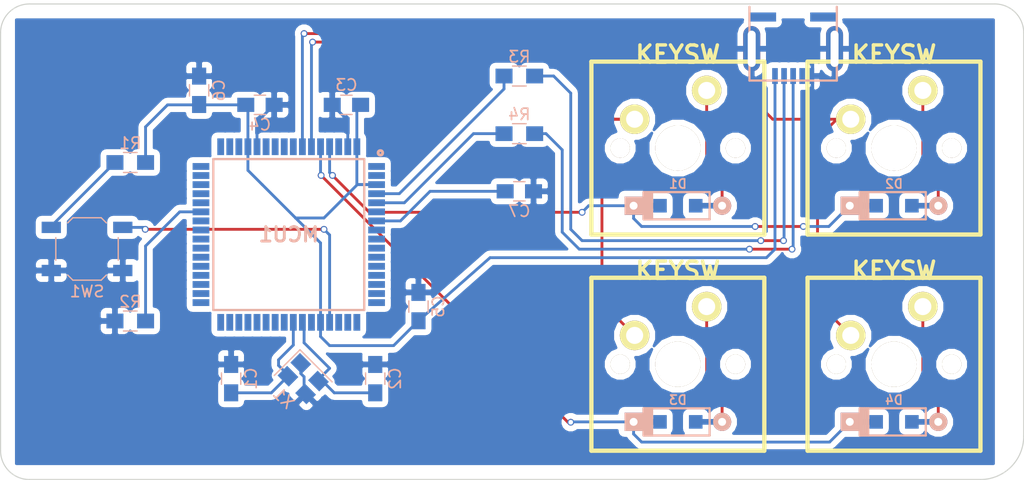
<source format=kicad_pcb>
(kicad_pcb (version 4) (host pcbnew 4.0.7)

  (general
    (links 70)
    (no_connects 9)
    (area 126.949999 72.339999 217.220001 114.350001)
    (thickness 1.6)
    (drawings 8)
    (tracks 150)
    (zones 0)
    (modules 23)
    (nets 66)
  )

  (page A4)
  (layers
    (0 F.Cu signal)
    (31 B.Cu signal)
    (32 B.Adhes user)
    (33 F.Adhes user)
    (34 B.Paste user)
    (35 F.Paste user)
    (36 B.SilkS user)
    (37 F.SilkS user)
    (38 B.Mask user)
    (39 F.Mask user)
    (40 Dwgs.User user)
    (41 Cmts.User user)
    (42 Eco1.User user)
    (43 Eco2.User user)
    (44 Edge.Cuts user)
    (45 Margin user)
    (46 B.CrtYd user)
    (47 F.CrtYd user)
    (48 B.Fab user)
    (49 F.Fab user)
  )

  (setup
    (last_trace_width 0.25)
    (trace_clearance 0.2)
    (zone_clearance 0.508)
    (zone_45_only no)
    (trace_min 0.2)
    (segment_width 0.2)
    (edge_width 0.1)
    (via_size 0.6)
    (via_drill 0.4)
    (via_min_size 0.4)
    (via_min_drill 0.3)
    (uvia_size 0.3)
    (uvia_drill 0.1)
    (uvias_allowed no)
    (uvia_min_size 0.2)
    (uvia_min_drill 0.1)
    (pcb_text_width 0.3)
    (pcb_text_size 1.5 1.5)
    (mod_edge_width 0.15)
    (mod_text_size 1 1)
    (mod_text_width 0.15)
    (pad_size 2.6 2.6)
    (pad_drill 1.5011)
    (pad_to_mask_clearance 0)
    (aux_axis_origin 0 0)
    (visible_elements FFFFF77F)
    (pcbplotparams
      (layerselection 0x00030_80000001)
      (usegerberextensions false)
      (excludeedgelayer true)
      (linewidth 0.100000)
      (plotframeref false)
      (viasonmask false)
      (mode 1)
      (useauxorigin false)
      (hpglpennumber 1)
      (hpglpenspeed 20)
      (hpglpendiameter 15)
      (hpglpenoverlay 2)
      (psnegative false)
      (psa4output false)
      (plotreference true)
      (plotvalue true)
      (plotinvisibletext false)
      (padsonsilk false)
      (subtractmaskfromsilk false)
      (outputformat 1)
      (mirror false)
      (drillshape 1)
      (scaleselection 1)
      (outputdirectory ""))
  )

  (net 0 "")
  (net 1 "Net-(C1-Pad1)")
  (net 2 GND)
  (net 3 "Net-(C2-Pad1)")
  (net 4 VCC)
  (net 5 "Net-(C7-Pad1)")
  (net 6 "Net-(D1-Pad2)")
  (net 7 "Net-(D2-Pad2)")
  (net 8 "Net-(D3-Pad2)")
  (net 9 "Net-(D4-Pad2)")
  (net 10 "Net-(J1-Pad2)")
  (net 11 "Net-(J1-Pad3)")
  (net 12 "Net-(J1-Pad4)")
  (net 13 "Net-(MCU1-Pad1)")
  (net 14 "Net-(MCU1-Pad2)")
  (net 15 "Net-(MCU1-Pad4)")
  (net 16 "Net-(MCU1-Pad5)")
  (net 17 "Net-(MCU1-Pad8)")
  (net 18 "Net-(MCU1-Pad9)")
  (net 19 "Net-(MCU1-Pad10)")
  (net 20 "Net-(MCU1-Pad11)")
  (net 21 "Net-(MCU1-Pad12)")
  (net 22 "Net-(MCU1-Pad13)")
  (net 23 "Net-(MCU1-Pad14)")
  (net 24 "Net-(MCU1-Pad15)")
  (net 25 "Net-(MCU1-Pad16)")
  (net 26 "Net-(MCU1-Pad17)")
  (net 27 "Net-(MCU1-Pad18)")
  (net 28 "Net-(MCU1-Pad19)")
  (net 29 "Net-(MCU1-Pad20)")
  (net 30 "Net-(MCU1-Pad25)")
  (net 31 "Net-(MCU1-Pad26)")
  (net 32 "Net-(MCU1-Pad27)")
  (net 33 "Net-(MCU1-Pad28)")
  (net 34 "Net-(MCU1-Pad29)")
  (net 35 "Net-(MCU1-Pad30)")
  (net 36 "Net-(MCU1-Pad31)")
  (net 37 "Net-(MCU1-Pad32)")
  (net 38 "Net-(MCU1-Pad33)")
  (net 39 "Net-(MCU1-Pad34)")
  (net 40 "Net-(MCU1-Pad35)")
  (net 41 "Net-(MCU1-Pad36)")
  (net 42 "Net-(MCU1-Pad37)")
  (net 43 "Net-(MCU1-Pad38)")
  (net 44 "Net-(MCU1-Pad39)")
  (net 45 "Net-(MCU1-Pad40)")
  (net 46 "Net-(MCU1-Pad41)")
  (net 47 "Net-(MCU1-Pad42)")
  (net 48 "Net-(MCU1-Pad43)")
  (net 49 "Net-(MCU1-Pad44)")
  (net 50 "Net-(MCU1-Pad45)")
  (net 51 "Net-(MCU1-Pad46)")
  (net 52 "Net-(MCU1-Pad47)")
  (net 53 "Net-(MCU1-Pad48)")
  (net 54 "Net-(MCU1-Pad49)")
  (net 55 "Net-(MCU1-Pad50)")
  (net 56 "Net-(MCU1-Pad51)")
  (net 57 "Net-(MCU1-Pad54)")
  (net 58 "Net-(MCU1-Pad55)")
  (net 59 "Net-(MCU1-Pad56)")
  (net 60 "Net-(MCU1-Pad57)")
  (net 61 "Net-(MCU1-Pad62)")
  (net 62 "/Keyboard Matrix/row0")
  (net 63 "/Keyboard Matrix/row1")
  (net 64 "/Keyboard Matrix/col0")
  (net 65 "/Keyboard Matrix/col1")

  (net_class Default "This is the default net class."
    (clearance 0.2)
    (trace_width 0.25)
    (via_dia 0.6)
    (via_drill 0.4)
    (uvia_dia 0.3)
    (uvia_drill 0.1)
    (add_net "/Keyboard Matrix/col0")
    (add_net "/Keyboard Matrix/col1")
    (add_net "/Keyboard Matrix/row0")
    (add_net "/Keyboard Matrix/row1")
    (add_net GND)
    (add_net "Net-(C1-Pad1)")
    (add_net "Net-(C2-Pad1)")
    (add_net "Net-(C7-Pad1)")
    (add_net "Net-(D1-Pad2)")
    (add_net "Net-(D2-Pad2)")
    (add_net "Net-(D3-Pad2)")
    (add_net "Net-(D4-Pad2)")
    (add_net "Net-(J1-Pad2)")
    (add_net "Net-(J1-Pad3)")
    (add_net "Net-(J1-Pad4)")
    (add_net "Net-(MCU1-Pad1)")
    (add_net "Net-(MCU1-Pad10)")
    (add_net "Net-(MCU1-Pad11)")
    (add_net "Net-(MCU1-Pad12)")
    (add_net "Net-(MCU1-Pad13)")
    (add_net "Net-(MCU1-Pad14)")
    (add_net "Net-(MCU1-Pad15)")
    (add_net "Net-(MCU1-Pad16)")
    (add_net "Net-(MCU1-Pad17)")
    (add_net "Net-(MCU1-Pad18)")
    (add_net "Net-(MCU1-Pad19)")
    (add_net "Net-(MCU1-Pad2)")
    (add_net "Net-(MCU1-Pad20)")
    (add_net "Net-(MCU1-Pad25)")
    (add_net "Net-(MCU1-Pad26)")
    (add_net "Net-(MCU1-Pad27)")
    (add_net "Net-(MCU1-Pad28)")
    (add_net "Net-(MCU1-Pad29)")
    (add_net "Net-(MCU1-Pad30)")
    (add_net "Net-(MCU1-Pad31)")
    (add_net "Net-(MCU1-Pad32)")
    (add_net "Net-(MCU1-Pad33)")
    (add_net "Net-(MCU1-Pad34)")
    (add_net "Net-(MCU1-Pad35)")
    (add_net "Net-(MCU1-Pad36)")
    (add_net "Net-(MCU1-Pad37)")
    (add_net "Net-(MCU1-Pad38)")
    (add_net "Net-(MCU1-Pad39)")
    (add_net "Net-(MCU1-Pad4)")
    (add_net "Net-(MCU1-Pad40)")
    (add_net "Net-(MCU1-Pad41)")
    (add_net "Net-(MCU1-Pad42)")
    (add_net "Net-(MCU1-Pad43)")
    (add_net "Net-(MCU1-Pad44)")
    (add_net "Net-(MCU1-Pad45)")
    (add_net "Net-(MCU1-Pad46)")
    (add_net "Net-(MCU1-Pad47)")
    (add_net "Net-(MCU1-Pad48)")
    (add_net "Net-(MCU1-Pad49)")
    (add_net "Net-(MCU1-Pad5)")
    (add_net "Net-(MCU1-Pad50)")
    (add_net "Net-(MCU1-Pad51)")
    (add_net "Net-(MCU1-Pad54)")
    (add_net "Net-(MCU1-Pad55)")
    (add_net "Net-(MCU1-Pad56)")
    (add_net "Net-(MCU1-Pad57)")
    (add_net "Net-(MCU1-Pad62)")
    (add_net "Net-(MCU1-Pad8)")
    (add_net "Net-(MCU1-Pad9)")
    (add_net VCC)
  )

  (module Capacitors_SMD:C_0805_HandSoldering (layer B.Cu) (tedit 58AA84A8) (tstamp 5AFAF105)
    (at 147.32 105.41 90)
    (descr "Capacitor SMD 0805, hand soldering")
    (tags "capacitor 0805")
    (path /5B003DFC/5B0040BA)
    (attr smd)
    (fp_text reference C1 (at 0 1.75 90) (layer B.SilkS)
      (effects (font (size 1 1) (thickness 0.15)) (justify mirror))
    )
    (fp_text value 22p (at 0 -1.75 90) (layer B.Fab)
      (effects (font (size 1 1) (thickness 0.15)) (justify mirror))
    )
    (fp_text user %R (at 0 1.75 90) (layer B.Fab)
      (effects (font (size 1 1) (thickness 0.15)) (justify mirror))
    )
    (fp_line (start -1 -0.62) (end -1 0.62) (layer B.Fab) (width 0.1))
    (fp_line (start 1 -0.62) (end -1 -0.62) (layer B.Fab) (width 0.1))
    (fp_line (start 1 0.62) (end 1 -0.62) (layer B.Fab) (width 0.1))
    (fp_line (start -1 0.62) (end 1 0.62) (layer B.Fab) (width 0.1))
    (fp_line (start 0.5 0.85) (end -0.5 0.85) (layer B.SilkS) (width 0.12))
    (fp_line (start -0.5 -0.85) (end 0.5 -0.85) (layer B.SilkS) (width 0.12))
    (fp_line (start -2.25 0.88) (end 2.25 0.88) (layer B.CrtYd) (width 0.05))
    (fp_line (start -2.25 0.88) (end -2.25 -0.87) (layer B.CrtYd) (width 0.05))
    (fp_line (start 2.25 -0.87) (end 2.25 0.88) (layer B.CrtYd) (width 0.05))
    (fp_line (start 2.25 -0.87) (end -2.25 -0.87) (layer B.CrtYd) (width 0.05))
    (pad 1 smd rect (at -1.25 0 90) (size 1.5 1.25) (layers B.Cu B.Paste B.Mask)
      (net 1 "Net-(C1-Pad1)"))
    (pad 2 smd rect (at 1.25 0 90) (size 1.5 1.25) (layers B.Cu B.Paste B.Mask)
      (net 2 GND))
    (model Capacitors_SMD.3dshapes/C_0805.wrl
      (at (xyz 0 0 0))
      (scale (xyz 1 1 1))
      (rotate (xyz 0 0 0))
    )
  )

  (module Capacitors_SMD:C_0805_HandSoldering (layer B.Cu) (tedit 58AA84A8) (tstamp 5AFAF10B)
    (at 160.02 105.41 90)
    (descr "Capacitor SMD 0805, hand soldering")
    (tags "capacitor 0805")
    (path /5B003DFC/5B0040BB)
    (attr smd)
    (fp_text reference C2 (at 0 1.75 90) (layer B.SilkS)
      (effects (font (size 1 1) (thickness 0.15)) (justify mirror))
    )
    (fp_text value 22p (at 0 -1.75 90) (layer B.Fab)
      (effects (font (size 1 1) (thickness 0.15)) (justify mirror))
    )
    (fp_text user %R (at 0 1.75 90) (layer B.Fab)
      (effects (font (size 1 1) (thickness 0.15)) (justify mirror))
    )
    (fp_line (start -1 -0.62) (end -1 0.62) (layer B.Fab) (width 0.1))
    (fp_line (start 1 -0.62) (end -1 -0.62) (layer B.Fab) (width 0.1))
    (fp_line (start 1 0.62) (end 1 -0.62) (layer B.Fab) (width 0.1))
    (fp_line (start -1 0.62) (end 1 0.62) (layer B.Fab) (width 0.1))
    (fp_line (start 0.5 0.85) (end -0.5 0.85) (layer B.SilkS) (width 0.12))
    (fp_line (start -0.5 -0.85) (end 0.5 -0.85) (layer B.SilkS) (width 0.12))
    (fp_line (start -2.25 0.88) (end 2.25 0.88) (layer B.CrtYd) (width 0.05))
    (fp_line (start -2.25 0.88) (end -2.25 -0.87) (layer B.CrtYd) (width 0.05))
    (fp_line (start 2.25 -0.87) (end 2.25 0.88) (layer B.CrtYd) (width 0.05))
    (fp_line (start 2.25 -0.87) (end -2.25 -0.87) (layer B.CrtYd) (width 0.05))
    (pad 1 smd rect (at -1.25 0 90) (size 1.5 1.25) (layers B.Cu B.Paste B.Mask)
      (net 3 "Net-(C2-Pad1)"))
    (pad 2 smd rect (at 1.25 0 90) (size 1.5 1.25) (layers B.Cu B.Paste B.Mask)
      (net 2 GND))
    (model Capacitors_SMD.3dshapes/C_0805.wrl
      (at (xyz 0 0 0))
      (scale (xyz 1 1 1))
      (rotate (xyz 0 0 0))
    )
  )

  (module Capacitors_SMD:C_0805_HandSoldering (layer B.Cu) (tedit 58AA84A8) (tstamp 5AFAF111)
    (at 157.48 81.28 180)
    (descr "Capacitor SMD 0805, hand soldering")
    (tags "capacitor 0805")
    (path /5B003DFC/5B0040BD)
    (attr smd)
    (fp_text reference C3 (at 0 1.75 180) (layer B.SilkS)
      (effects (font (size 1 1) (thickness 0.15)) (justify mirror))
    )
    (fp_text value 0.1u (at 0 -1.75 180) (layer B.Fab)
      (effects (font (size 1 1) (thickness 0.15)) (justify mirror))
    )
    (fp_text user %R (at 0 1.75 180) (layer B.Fab)
      (effects (font (size 1 1) (thickness 0.15)) (justify mirror))
    )
    (fp_line (start -1 -0.62) (end -1 0.62) (layer B.Fab) (width 0.1))
    (fp_line (start 1 -0.62) (end -1 -0.62) (layer B.Fab) (width 0.1))
    (fp_line (start 1 0.62) (end 1 -0.62) (layer B.Fab) (width 0.1))
    (fp_line (start -1 0.62) (end 1 0.62) (layer B.Fab) (width 0.1))
    (fp_line (start 0.5 0.85) (end -0.5 0.85) (layer B.SilkS) (width 0.12))
    (fp_line (start -0.5 -0.85) (end 0.5 -0.85) (layer B.SilkS) (width 0.12))
    (fp_line (start -2.25 0.88) (end 2.25 0.88) (layer B.CrtYd) (width 0.05))
    (fp_line (start -2.25 0.88) (end -2.25 -0.87) (layer B.CrtYd) (width 0.05))
    (fp_line (start 2.25 -0.87) (end 2.25 0.88) (layer B.CrtYd) (width 0.05))
    (fp_line (start 2.25 -0.87) (end -2.25 -0.87) (layer B.CrtYd) (width 0.05))
    (pad 1 smd rect (at -1.25 0 180) (size 1.5 1.25) (layers B.Cu B.Paste B.Mask)
      (net 4 VCC))
    (pad 2 smd rect (at 1.25 0 180) (size 1.5 1.25) (layers B.Cu B.Paste B.Mask)
      (net 2 GND))
    (model Capacitors_SMD.3dshapes/C_0805.wrl
      (at (xyz 0 0 0))
      (scale (xyz 1 1 1))
      (rotate (xyz 0 0 0))
    )
  )

  (module Capacitors_SMD:C_0805_HandSoldering (layer B.Cu) (tedit 58AA84A8) (tstamp 5AFAF117)
    (at 149.86 81.28)
    (descr "Capacitor SMD 0805, hand soldering")
    (tags "capacitor 0805")
    (path /5B003DFC/5B0040BE)
    (attr smd)
    (fp_text reference C4 (at 0 1.75) (layer B.SilkS)
      (effects (font (size 1 1) (thickness 0.15)) (justify mirror))
    )
    (fp_text value 0.1u (at 0 -1.75) (layer B.Fab)
      (effects (font (size 1 1) (thickness 0.15)) (justify mirror))
    )
    (fp_text user %R (at 0 1.75) (layer B.Fab)
      (effects (font (size 1 1) (thickness 0.15)) (justify mirror))
    )
    (fp_line (start -1 -0.62) (end -1 0.62) (layer B.Fab) (width 0.1))
    (fp_line (start 1 -0.62) (end -1 -0.62) (layer B.Fab) (width 0.1))
    (fp_line (start 1 0.62) (end 1 -0.62) (layer B.Fab) (width 0.1))
    (fp_line (start -1 0.62) (end 1 0.62) (layer B.Fab) (width 0.1))
    (fp_line (start 0.5 0.85) (end -0.5 0.85) (layer B.SilkS) (width 0.12))
    (fp_line (start -0.5 -0.85) (end 0.5 -0.85) (layer B.SilkS) (width 0.12))
    (fp_line (start -2.25 0.88) (end 2.25 0.88) (layer B.CrtYd) (width 0.05))
    (fp_line (start -2.25 0.88) (end -2.25 -0.87) (layer B.CrtYd) (width 0.05))
    (fp_line (start 2.25 -0.87) (end 2.25 0.88) (layer B.CrtYd) (width 0.05))
    (fp_line (start 2.25 -0.87) (end -2.25 -0.87) (layer B.CrtYd) (width 0.05))
    (pad 1 smd rect (at -1.25 0) (size 1.5 1.25) (layers B.Cu B.Paste B.Mask)
      (net 4 VCC))
    (pad 2 smd rect (at 1.25 0) (size 1.5 1.25) (layers B.Cu B.Paste B.Mask)
      (net 2 GND))
    (model Capacitors_SMD.3dshapes/C_0805.wrl
      (at (xyz 0 0 0))
      (scale (xyz 1 1 1))
      (rotate (xyz 0 0 0))
    )
  )

  (module Capacitors_SMD:C_0805_HandSoldering (layer B.Cu) (tedit 58AA84A8) (tstamp 5AFAF11D)
    (at 163.83 99.06 90)
    (descr "Capacitor SMD 0805, hand soldering")
    (tags "capacitor 0805")
    (path /5B003DFC/5B0040BF)
    (attr smd)
    (fp_text reference C5 (at 0 1.75 90) (layer B.SilkS)
      (effects (font (size 1 1) (thickness 0.15)) (justify mirror))
    )
    (fp_text value 0.1u (at 0 -1.75 90) (layer B.Fab)
      (effects (font (size 1 1) (thickness 0.15)) (justify mirror))
    )
    (fp_text user %R (at 0 1.75 90) (layer B.Fab)
      (effects (font (size 1 1) (thickness 0.15)) (justify mirror))
    )
    (fp_line (start -1 -0.62) (end -1 0.62) (layer B.Fab) (width 0.1))
    (fp_line (start 1 -0.62) (end -1 -0.62) (layer B.Fab) (width 0.1))
    (fp_line (start 1 0.62) (end 1 -0.62) (layer B.Fab) (width 0.1))
    (fp_line (start -1 0.62) (end 1 0.62) (layer B.Fab) (width 0.1))
    (fp_line (start 0.5 0.85) (end -0.5 0.85) (layer B.SilkS) (width 0.12))
    (fp_line (start -0.5 -0.85) (end 0.5 -0.85) (layer B.SilkS) (width 0.12))
    (fp_line (start -2.25 0.88) (end 2.25 0.88) (layer B.CrtYd) (width 0.05))
    (fp_line (start -2.25 0.88) (end -2.25 -0.87) (layer B.CrtYd) (width 0.05))
    (fp_line (start 2.25 -0.87) (end 2.25 0.88) (layer B.CrtYd) (width 0.05))
    (fp_line (start 2.25 -0.87) (end -2.25 -0.87) (layer B.CrtYd) (width 0.05))
    (pad 1 smd rect (at -1.25 0 90) (size 1.5 1.25) (layers B.Cu B.Paste B.Mask)
      (net 4 VCC))
    (pad 2 smd rect (at 1.25 0 90) (size 1.5 1.25) (layers B.Cu B.Paste B.Mask)
      (net 2 GND))
    (model Capacitors_SMD.3dshapes/C_0805.wrl
      (at (xyz 0 0 0))
      (scale (xyz 1 1 1))
      (rotate (xyz 0 0 0))
    )
  )

  (module Capacitors_SMD:C_0805_HandSoldering (layer B.Cu) (tedit 58AA84A8) (tstamp 5AFAF123)
    (at 144.5 80 90)
    (descr "Capacitor SMD 0805, hand soldering")
    (tags "capacitor 0805")
    (path /5B003DFC/5B0040C0)
    (attr smd)
    (fp_text reference C6 (at 0 1.75 90) (layer B.SilkS)
      (effects (font (size 1 1) (thickness 0.15)) (justify mirror))
    )
    (fp_text value 4.7u (at 0 -1.75 90) (layer B.Fab)
      (effects (font (size 1 1) (thickness 0.15)) (justify mirror))
    )
    (fp_text user %R (at 0 1.75 90) (layer B.Fab)
      (effects (font (size 1 1) (thickness 0.15)) (justify mirror))
    )
    (fp_line (start -1 -0.62) (end -1 0.62) (layer B.Fab) (width 0.1))
    (fp_line (start 1 -0.62) (end -1 -0.62) (layer B.Fab) (width 0.1))
    (fp_line (start 1 0.62) (end 1 -0.62) (layer B.Fab) (width 0.1))
    (fp_line (start -1 0.62) (end 1 0.62) (layer B.Fab) (width 0.1))
    (fp_line (start 0.5 0.85) (end -0.5 0.85) (layer B.SilkS) (width 0.12))
    (fp_line (start -0.5 -0.85) (end 0.5 -0.85) (layer B.SilkS) (width 0.12))
    (fp_line (start -2.25 0.88) (end 2.25 0.88) (layer B.CrtYd) (width 0.05))
    (fp_line (start -2.25 0.88) (end -2.25 -0.87) (layer B.CrtYd) (width 0.05))
    (fp_line (start 2.25 -0.87) (end 2.25 0.88) (layer B.CrtYd) (width 0.05))
    (fp_line (start 2.25 -0.87) (end -2.25 -0.87) (layer B.CrtYd) (width 0.05))
    (pad 1 smd rect (at -1.25 0 90) (size 1.5 1.25) (layers B.Cu B.Paste B.Mask)
      (net 4 VCC))
    (pad 2 smd rect (at 1.25 0 90) (size 1.5 1.25) (layers B.Cu B.Paste B.Mask)
      (net 2 GND))
    (model Capacitors_SMD.3dshapes/C_0805.wrl
      (at (xyz 0 0 0))
      (scale (xyz 1 1 1))
      (rotate (xyz 0 0 0))
    )
  )

  (module Capacitors_SMD:C_0805_HandSoldering (layer B.Cu) (tedit 58AA84A8) (tstamp 5AFAF129)
    (at 172.72 88.9)
    (descr "Capacitor SMD 0805, hand soldering")
    (tags "capacitor 0805")
    (path /5B003DFC/5B0040CE)
    (attr smd)
    (fp_text reference C7 (at 0 1.75) (layer B.SilkS)
      (effects (font (size 1 1) (thickness 0.15)) (justify mirror))
    )
    (fp_text value 1u (at 0 -1.75) (layer B.Fab)
      (effects (font (size 1 1) (thickness 0.15)) (justify mirror))
    )
    (fp_text user %R (at 0 1.75) (layer B.Fab)
      (effects (font (size 1 1) (thickness 0.15)) (justify mirror))
    )
    (fp_line (start -1 -0.62) (end -1 0.62) (layer B.Fab) (width 0.1))
    (fp_line (start 1 -0.62) (end -1 -0.62) (layer B.Fab) (width 0.1))
    (fp_line (start 1 0.62) (end 1 -0.62) (layer B.Fab) (width 0.1))
    (fp_line (start -1 0.62) (end 1 0.62) (layer B.Fab) (width 0.1))
    (fp_line (start 0.5 0.85) (end -0.5 0.85) (layer B.SilkS) (width 0.12))
    (fp_line (start -0.5 -0.85) (end 0.5 -0.85) (layer B.SilkS) (width 0.12))
    (fp_line (start -2.25 0.88) (end 2.25 0.88) (layer B.CrtYd) (width 0.05))
    (fp_line (start -2.25 0.88) (end -2.25 -0.87) (layer B.CrtYd) (width 0.05))
    (fp_line (start 2.25 -0.87) (end 2.25 0.88) (layer B.CrtYd) (width 0.05))
    (fp_line (start 2.25 -0.87) (end -2.25 -0.87) (layer B.CrtYd) (width 0.05))
    (pad 1 smd rect (at -1.25 0) (size 1.5 1.25) (layers B.Cu B.Paste B.Mask)
      (net 5 "Net-(C7-Pad1)"))
    (pad 2 smd rect (at 1.25 0) (size 1.5 1.25) (layers B.Cu B.Paste B.Mask)
      (net 2 GND))
    (model Capacitors_SMD.3dshapes/C_0805.wrl
      (at (xyz 0 0 0))
      (scale (xyz 1 1 1))
      (rotate (xyz 0 0 0))
    )
  )

  (module keyboard_parts:D_SOD123_axial (layer B.Cu) (tedit 561B6A12) (tstamp 5AFAF133)
    (at 186.69 90.17)
    (path /5AFAEA09/5AFAEDB9)
    (attr smd)
    (fp_text reference D1 (at 0 -1.925) (layer B.SilkS)
      (effects (font (size 0.8 0.8) (thickness 0.15)) (justify mirror))
    )
    (fp_text value D (at 0 1.925) (layer B.SilkS) hide
      (effects (font (size 0.8 0.8) (thickness 0.15)) (justify mirror))
    )
    (fp_line (start -2.275 1.2) (end -2.275 -1.2) (layer B.SilkS) (width 0.2))
    (fp_line (start -2.45 1.2) (end -2.45 -1.2) (layer B.SilkS) (width 0.2))
    (fp_line (start -2.625 1.2) (end -2.625 -1.2) (layer B.SilkS) (width 0.2))
    (fp_line (start -3.025 -1.2) (end -3.025 1.2) (layer B.SilkS) (width 0.2))
    (fp_line (start -2.8 1.2) (end -2.8 -1.2) (layer B.SilkS) (width 0.2))
    (fp_line (start -2.925 1.2) (end -2.925 -1.2) (layer B.SilkS) (width 0.2))
    (fp_line (start -3 1.2) (end 2.8 1.2) (layer B.SilkS) (width 0.2))
    (fp_line (start 2.8 1.2) (end 2.8 -1.2) (layer B.SilkS) (width 0.2))
    (fp_line (start 2.8 -1.2) (end -3 -1.2) (layer B.SilkS) (width 0.2))
    (pad 2 smd rect (at 1.575 0) (size 1.2 1.2) (layers B.Cu B.Paste B.Mask)
      (net 6 "Net-(D1-Pad2)"))
    (pad 1 smd rect (at -1.575 0) (size 1.2 1.2) (layers B.Cu B.Paste B.Mask)
      (net 62 "/Keyboard Matrix/row0"))
    (pad 1 thru_hole rect (at -3.9 0) (size 1.6 1.6) (drill 0.7) (layers *.Cu *.Mask B.SilkS)
      (net 62 "/Keyboard Matrix/row0"))
    (pad 2 thru_hole circle (at 3.9 0) (size 1.6 1.6) (drill 0.7) (layers *.Cu *.Mask B.SilkS)
      (net 6 "Net-(D1-Pad2)"))
    (pad 1 smd rect (at -2.7 0) (size 2.5 0.5) (layers B.Cu)
      (net 62 "/Keyboard Matrix/row0") (solder_mask_margin -999))
    (pad 2 smd rect (at 2.7 0) (size 2.5 0.5) (layers B.Cu)
      (net 6 "Net-(D1-Pad2)") (solder_mask_margin -999))
  )

  (module keyboard_parts:D_SOD123_axial (layer B.Cu) (tedit 561B6A12) (tstamp 5AFAF13D)
    (at 205.74 90.17)
    (path /5AFAEA09/5AFAEFC8)
    (attr smd)
    (fp_text reference D2 (at 0 -1.925) (layer B.SilkS)
      (effects (font (size 0.8 0.8) (thickness 0.15)) (justify mirror))
    )
    (fp_text value D (at 0 1.925) (layer B.SilkS) hide
      (effects (font (size 0.8 0.8) (thickness 0.15)) (justify mirror))
    )
    (fp_line (start -2.275 1.2) (end -2.275 -1.2) (layer B.SilkS) (width 0.2))
    (fp_line (start -2.45 1.2) (end -2.45 -1.2) (layer B.SilkS) (width 0.2))
    (fp_line (start -2.625 1.2) (end -2.625 -1.2) (layer B.SilkS) (width 0.2))
    (fp_line (start -3.025 -1.2) (end -3.025 1.2) (layer B.SilkS) (width 0.2))
    (fp_line (start -2.8 1.2) (end -2.8 -1.2) (layer B.SilkS) (width 0.2))
    (fp_line (start -2.925 1.2) (end -2.925 -1.2) (layer B.SilkS) (width 0.2))
    (fp_line (start -3 1.2) (end 2.8 1.2) (layer B.SilkS) (width 0.2))
    (fp_line (start 2.8 1.2) (end 2.8 -1.2) (layer B.SilkS) (width 0.2))
    (fp_line (start 2.8 -1.2) (end -3 -1.2) (layer B.SilkS) (width 0.2))
    (pad 2 smd rect (at 1.575 0) (size 1.2 1.2) (layers B.Cu B.Paste B.Mask)
      (net 7 "Net-(D2-Pad2)"))
    (pad 1 smd rect (at -1.575 0) (size 1.2 1.2) (layers B.Cu B.Paste B.Mask)
      (net 62 "/Keyboard Matrix/row0"))
    (pad 1 thru_hole rect (at -3.9 0) (size 1.6 1.6) (drill 0.7) (layers *.Cu *.Mask B.SilkS)
      (net 62 "/Keyboard Matrix/row0"))
    (pad 2 thru_hole circle (at 3.9 0) (size 1.6 1.6) (drill 0.7) (layers *.Cu *.Mask B.SilkS)
      (net 7 "Net-(D2-Pad2)"))
    (pad 1 smd rect (at -2.7 0) (size 2.5 0.5) (layers B.Cu)
      (net 62 "/Keyboard Matrix/row0") (solder_mask_margin -999))
    (pad 2 smd rect (at 2.7 0) (size 2.5 0.5) (layers B.Cu)
      (net 7 "Net-(D2-Pad2)") (solder_mask_margin -999))
  )

  (module keyboard_parts:D_SOD123_axial (layer B.Cu) (tedit 561B6A12) (tstamp 5AFAF147)
    (at 186.69 109.22)
    (path /5AFAEA09/5AFAF066)
    (attr smd)
    (fp_text reference D3 (at 0 -1.925) (layer B.SilkS)
      (effects (font (size 0.8 0.8) (thickness 0.15)) (justify mirror))
    )
    (fp_text value D (at 0 1.925) (layer B.SilkS) hide
      (effects (font (size 0.8 0.8) (thickness 0.15)) (justify mirror))
    )
    (fp_line (start -2.275 1.2) (end -2.275 -1.2) (layer B.SilkS) (width 0.2))
    (fp_line (start -2.45 1.2) (end -2.45 -1.2) (layer B.SilkS) (width 0.2))
    (fp_line (start -2.625 1.2) (end -2.625 -1.2) (layer B.SilkS) (width 0.2))
    (fp_line (start -3.025 -1.2) (end -3.025 1.2) (layer B.SilkS) (width 0.2))
    (fp_line (start -2.8 1.2) (end -2.8 -1.2) (layer B.SilkS) (width 0.2))
    (fp_line (start -2.925 1.2) (end -2.925 -1.2) (layer B.SilkS) (width 0.2))
    (fp_line (start -3 1.2) (end 2.8 1.2) (layer B.SilkS) (width 0.2))
    (fp_line (start 2.8 1.2) (end 2.8 -1.2) (layer B.SilkS) (width 0.2))
    (fp_line (start 2.8 -1.2) (end -3 -1.2) (layer B.SilkS) (width 0.2))
    (pad 2 smd rect (at 1.575 0) (size 1.2 1.2) (layers B.Cu B.Paste B.Mask)
      (net 8 "Net-(D3-Pad2)"))
    (pad 1 smd rect (at -1.575 0) (size 1.2 1.2) (layers B.Cu B.Paste B.Mask)
      (net 63 "/Keyboard Matrix/row1"))
    (pad 1 thru_hole rect (at -3.9 0) (size 1.6 1.6) (drill 0.7) (layers *.Cu *.Mask B.SilkS)
      (net 63 "/Keyboard Matrix/row1"))
    (pad 2 thru_hole circle (at 3.9 0) (size 1.6 1.6) (drill 0.7) (layers *.Cu *.Mask B.SilkS)
      (net 8 "Net-(D3-Pad2)"))
    (pad 1 smd rect (at -2.7 0) (size 2.5 0.5) (layers B.Cu)
      (net 63 "/Keyboard Matrix/row1") (solder_mask_margin -999))
    (pad 2 smd rect (at 2.7 0) (size 2.5 0.5) (layers B.Cu)
      (net 8 "Net-(D3-Pad2)") (solder_mask_margin -999))
  )

  (module keyboard_parts:D_SOD123_axial (layer B.Cu) (tedit 561B6A12) (tstamp 5AFAF151)
    (at 205.74 109.22)
    (path /5AFAEA09/5AFAF097)
    (attr smd)
    (fp_text reference D4 (at 0 -1.925) (layer B.SilkS)
      (effects (font (size 0.8 0.8) (thickness 0.15)) (justify mirror))
    )
    (fp_text value D (at 0 1.925) (layer B.SilkS) hide
      (effects (font (size 0.8 0.8) (thickness 0.15)) (justify mirror))
    )
    (fp_line (start -2.275 1.2) (end -2.275 -1.2) (layer B.SilkS) (width 0.2))
    (fp_line (start -2.45 1.2) (end -2.45 -1.2) (layer B.SilkS) (width 0.2))
    (fp_line (start -2.625 1.2) (end -2.625 -1.2) (layer B.SilkS) (width 0.2))
    (fp_line (start -3.025 -1.2) (end -3.025 1.2) (layer B.SilkS) (width 0.2))
    (fp_line (start -2.8 1.2) (end -2.8 -1.2) (layer B.SilkS) (width 0.2))
    (fp_line (start -2.925 1.2) (end -2.925 -1.2) (layer B.SilkS) (width 0.2))
    (fp_line (start -3 1.2) (end 2.8 1.2) (layer B.SilkS) (width 0.2))
    (fp_line (start 2.8 1.2) (end 2.8 -1.2) (layer B.SilkS) (width 0.2))
    (fp_line (start 2.8 -1.2) (end -3 -1.2) (layer B.SilkS) (width 0.2))
    (pad 2 smd rect (at 1.575 0) (size 1.2 1.2) (layers B.Cu B.Paste B.Mask)
      (net 9 "Net-(D4-Pad2)"))
    (pad 1 smd rect (at -1.575 0) (size 1.2 1.2) (layers B.Cu B.Paste B.Mask)
      (net 63 "/Keyboard Matrix/row1"))
    (pad 1 thru_hole rect (at -3.9 0) (size 1.6 1.6) (drill 0.7) (layers *.Cu *.Mask B.SilkS)
      (net 63 "/Keyboard Matrix/row1"))
    (pad 2 thru_hole circle (at 3.9 0) (size 1.6 1.6) (drill 0.7) (layers *.Cu *.Mask B.SilkS)
      (net 9 "Net-(D4-Pad2)"))
    (pad 1 smd rect (at -2.7 0) (size 2.5 0.5) (layers B.Cu)
      (net 63 "/Keyboard Matrix/row1") (solder_mask_margin -999))
    (pad 2 smd rect (at 2.7 0) (size 2.5 0.5) (layers B.Cu)
      (net 9 "Net-(D4-Pad2)") (solder_mask_margin -999))
  )

  (module keyboard_parts:USB_miniB_hirose_5S8 (layer B.Cu) (tedit 5950B1FC) (tstamp 5AFAF15E)
    (at 196.85 78.74)
    (descr "USB miniB hirose UX60SC-MB-5S8")
    (tags "USB miniB hirose through hole UX60SC-MB-5S8")
    (path /5B003DFC/5B0040C9)
    (fp_text reference J1 (at 0 -2.45) (layer B.SilkS) hide
      (effects (font (size 0.8128 0.8128) (thickness 0.2032)) (justify mirror))
    )
    (fp_text value USB_mini_micro_B (at 0 -7.95) (layer Dwgs.User) hide
      (effects (font (thickness 0.3048)))
    )
    (fp_line (start 3.85 0.4) (end 3.85 -6.1) (layer B.SilkS) (width 0.2))
    (fp_line (start -3.85 0.4) (end -3.85 -6.1) (layer B.SilkS) (width 0.2))
    (fp_line (start -3.85 0.4) (end 3.85 0.4) (layer B.SilkS) (width 0.2))
    (fp_line (start -1 -6.1) (end 1 -6.1) (layer Dwgs.User) (width 0.2))
    (fp_line (start -3.85 -6.6) (end -3.85 -5.7) (layer Dwgs.User) (width 0.2))
    (fp_line (start 3.85 -6.6) (end 3.85 -5.7) (layer Dwgs.User) (width 0.2))
    (fp_text user "PCB edge" (at -0.05 -5.35) (layer Dwgs.User) hide
      (effects (font (size 0.5 0.5) (thickness 0.125)))
    )
    (fp_line (start -3.85 -6.6) (end 3.85 -6.6) (layer Dwgs.User) (width 0.2))
    (pad 6 smd rect (at 2.675 -5.2) (size 2.35 0.8) (layers B.Cu B.Paste B.Mask)
      (net 2 GND))
    (pad 6 smd rect (at -2.675 -5.2) (size 2.35 0.8) (layers B.Cu B.Paste B.Mask)
      (net 2 GND))
    (pad 1 smd rect (at -1.6 0) (size 0.5 1.4) (layers B.Cu B.Paste B.Mask)
      (net 4 VCC))
    (pad 2 smd rect (at -0.8 0) (size 0.5 1.4) (layers B.Cu B.Paste B.Mask)
      (net 10 "Net-(J1-Pad2)"))
    (pad 3 smd rect (at 0 0) (size 0.5 1.4) (layers B.Cu B.Paste B.Mask)
      (net 11 "Net-(J1-Pad3)"))
    (pad 4 smd rect (at 0.8 0) (size 0.5 1.4) (layers B.Cu B.Paste B.Mask)
      (net 12 "Net-(J1-Pad4)"))
    (pad 5 smd rect (at 1.6 0) (size 0.5 1.4) (layers B.Cu B.Paste B.Mask)
      (net 2 GND))
    (pad 6 thru_hole oval (at -3.65 -2.4) (size 1.5 4) (drill oval 0.7 3.2) (layers *.Cu *.Mask B.Paste)
      (net 2 GND))
    (pad 6 thru_hole oval (at 3.65 -2.4) (size 1.5 4) (drill oval 0.7 3.2) (layers *.Cu *.Mask B.Paste)
      (net 2 GND))
  )

  (module mx1a:MX1A locked (layer F.Cu) (tedit 5B003AC8) (tstamp 5AFAF167)
    (at 186.69 85.09)
    (path /5AFAEA09/5AFAED79)
    (fp_text reference K1 (at -4.826 9.2075) (layer F.SilkS) hide
      (effects (font (thickness 0.3048)))
    )
    (fp_text value KEYSW (at 0 -8.255) (layer F.SilkS)
      (effects (font (thickness 0.3048)))
    )
    (fp_line (start -7.62 -7.62) (end 7.62 -7.62) (layer F.SilkS) (width 0.381))
    (fp_line (start 7.62 -7.62) (end 7.62 7.62) (layer F.SilkS) (width 0.381))
    (fp_line (start 7.62 7.62) (end -7.62 7.62) (layer F.SilkS) (width 0.381))
    (fp_line (start -7.62 7.62) (end -7.62 -7.62) (layer F.SilkS) (width 0.381))
    (pad 0 thru_hole circle (at 0 0) (size 3.98018 3.98018) (drill 3.98018) (layers *.Cu *.Mask F.SilkS))
    (pad 2 thru_hole circle (at 2.54 -5.08) (size 2.6 2.6) (drill 1.5011) (layers *.Cu *.Mask F.SilkS)
      (net 6 "Net-(D1-Pad2)"))
    (pad 1 thru_hole circle (at -3.81 -2.54) (size 2.6 2.6) (drill 1.5011) (layers *.Cu *.Mask F.SilkS)
      (net 64 "/Keyboard Matrix/col0"))
    (pad "" thru_hole circle (at -5.08 0) (size 1.69926 1.69926) (drill 1.69926) (layers *.Cu *.Mask F.SilkS))
    (pad "" thru_hole circle (at 5.08 0) (size 1.69926 1.69926) (drill 1.69926) (layers *.Cu *.Mask F.SilkS))
    (model cherry_mx1.wrl
      (at (xyz 0 0 0))
      (scale (xyz 1 1 1))
      (rotate (xyz 0 0 0))
    )
  )

  (module mx1a:MX1A locked (layer F.Cu) (tedit 5B00365B) (tstamp 5AFAF170)
    (at 205.74 85.09)
    (path /5AFAEA09/5AFAEFA3)
    (fp_text reference K2 (at -4.826 9.2075) (layer F.SilkS) hide
      (effects (font (thickness 0.3048)))
    )
    (fp_text value KEYSW (at 0 -8.255) (layer F.SilkS)
      (effects (font (thickness 0.3048)))
    )
    (fp_line (start -7.62 -7.62) (end 7.62 -7.62) (layer F.SilkS) (width 0.381))
    (fp_line (start 7.62 -7.62) (end 7.62 7.62) (layer F.SilkS) (width 0.381))
    (fp_line (start 7.62 7.62) (end -7.62 7.62) (layer F.SilkS) (width 0.381))
    (fp_line (start -7.62 7.62) (end -7.62 -7.62) (layer F.SilkS) (width 0.381))
    (pad 0 thru_hole circle (at 0 0) (size 3.98018 3.98018) (drill 3.98018) (layers *.Cu *.Mask F.SilkS))
    (pad 2 thru_hole circle (at 2.54 -5.08) (size 2.6 2.6) (drill 1.5011) (layers *.Cu *.Mask F.Paste F.SilkS)
      (net 7 "Net-(D2-Pad2)"))
    (pad 1 thru_hole circle (at -3.81 -2.54) (size 2.6 2.6) (drill 1.5011) (layers *.Cu *.Mask F.Paste F.SilkS)
      (net 65 "/Keyboard Matrix/col1"))
    (pad "" thru_hole circle (at -5.08 0) (size 1.69926 1.69926) (drill 1.69926) (layers *.Cu *.Mask F.SilkS))
    (pad "" thru_hole circle (at 5.08 0) (size 1.69926 1.69926) (drill 1.69926) (layers *.Cu *.Mask F.SilkS))
    (model cherry_mx1.wrl
      (at (xyz 0 0 0))
      (scale (xyz 1 1 1))
      (rotate (xyz 0 0 0))
    )
  )

  (module mx1a:MX1A locked (layer F.Cu) (tedit 5B003AB6) (tstamp 5AFAF179)
    (at 186.69 104.14)
    (path /5AFAEA09/5AFAEFF4)
    (fp_text reference K3 (at -4.826 9.2075) (layer F.SilkS) hide
      (effects (font (thickness 0.3048)))
    )
    (fp_text value KEYSW (at 0 -8.255) (layer F.SilkS)
      (effects (font (thickness 0.3048)))
    )
    (fp_line (start -7.62 -7.62) (end 7.62 -7.62) (layer F.SilkS) (width 0.381))
    (fp_line (start 7.62 -7.62) (end 7.62 7.62) (layer F.SilkS) (width 0.381))
    (fp_line (start 7.62 7.62) (end -7.62 7.62) (layer F.SilkS) (width 0.381))
    (fp_line (start -7.62 7.62) (end -7.62 -7.62) (layer F.SilkS) (width 0.381))
    (pad 0 thru_hole circle (at 0 0) (size 3.98018 3.98018) (drill 3.98018) (layers *.Cu *.Mask F.SilkS))
    (pad 2 thru_hole circle (at 2.54 -5.08) (size 2.6 2.6) (drill 1.5011) (layers *.Cu *.Mask F.SilkS)
      (net 8 "Net-(D3-Pad2)"))
    (pad 1 thru_hole circle (at -3.81 -2.54) (size 2.6 2.6) (drill 1.5011) (layers *.Cu *.Mask F.SilkS)
      (net 64 "/Keyboard Matrix/col0"))
    (pad "" thru_hole circle (at -5.08 0) (size 1.69926 1.69926) (drill 1.69926) (layers *.Cu *.Mask F.SilkS))
    (pad "" thru_hole circle (at 5.08 0) (size 1.69926 1.69926) (drill 1.69926) (layers *.Cu *.Mask F.SilkS))
    (model cherry_mx1.wrl
      (at (xyz 0 0 0))
      (scale (xyz 1 1 1))
      (rotate (xyz 0 0 0))
    )
  )

  (module mx1a:MX1A locked (layer F.Cu) (tedit 5B003667) (tstamp 5AFAF182)
    (at 205.74 104.14)
    (path /5AFAEA09/5AFAF02A)
    (fp_text reference K4 (at -4.826 9.2075) (layer F.SilkS) hide
      (effects (font (thickness 0.3048)))
    )
    (fp_text value KEYSW (at 0 -8.255) (layer F.SilkS)
      (effects (font (thickness 0.3048)))
    )
    (fp_line (start -7.62 -7.62) (end 7.62 -7.62) (layer F.SilkS) (width 0.381))
    (fp_line (start 7.62 -7.62) (end 7.62 7.62) (layer F.SilkS) (width 0.381))
    (fp_line (start 7.62 7.62) (end -7.62 7.62) (layer F.SilkS) (width 0.381))
    (fp_line (start -7.62 7.62) (end -7.62 -7.62) (layer F.SilkS) (width 0.381))
    (pad 0 thru_hole circle (at 0 0) (size 3.98018 3.98018) (drill 3.98018) (layers *.Cu *.Mask F.SilkS))
    (pad 2 thru_hole circle (at 2.54 -5.08) (size 2.6 2.6) (drill 1.5011) (layers *.Cu *.Paste *.Mask F.SilkS)
      (net 9 "Net-(D4-Pad2)"))
    (pad 1 thru_hole circle (at -3.81 -2.54) (size 2.6 2.6) (drill 1.5011) (layers *.Cu *.Paste *.Mask F.SilkS)
      (net 65 "/Keyboard Matrix/col1"))
    (pad "" thru_hole circle (at -5.08 0) (size 1.69926 1.69926) (drill 1.69926) (layers *.Cu *.Mask F.SilkS))
    (pad "" thru_hole circle (at 5.08 0) (size 1.69926 1.69926) (drill 1.69926) (layers *.Cu *.Mask F.SilkS))
    (model cherry_mx1.wrl
      (at (xyz 0 0 0))
      (scale (xyz 1 1 1))
      (rotate (xyz 0 0 0))
    )
  )

  (module AT90USB1286-AU:QFP80P1600X1600X120-64N (layer B.Cu) (tedit 5AFAE239) (tstamp 5AFAF1C6)
    (at 152.4 92.71 180)
    (descr "TQFP MD64")
    (tags "Integrated Circuit")
    (path /5B003DFC/5B0040B8)
    (attr smd)
    (fp_text reference MCU1 (at 0 0 180) (layer B.SilkS)
      (effects (font (size 1.27 1.27) (thickness 0.254)) (justify mirror))
    )
    (fp_text value AT90USB1286 (at 0 0 180) (layer B.SilkS) hide
      (effects (font (size 1.27 1.27) (thickness 0.254)) (justify mirror))
    )
    (fp_line (start -8.725 8.725) (end 8.725 8.725) (layer Dwgs.User) (width 0.05))
    (fp_line (start 8.725 8.725) (end 8.725 -8.725) (layer Dwgs.User) (width 0.05))
    (fp_line (start 8.725 -8.725) (end -8.725 -8.725) (layer Dwgs.User) (width 0.05))
    (fp_line (start -8.725 -8.725) (end -8.725 8.725) (layer Dwgs.User) (width 0.05))
    (fp_line (start -7 7) (end 7 7) (layer Dwgs.User) (width 0.1))
    (fp_line (start 7 7) (end 7 -7) (layer Dwgs.User) (width 0.1))
    (fp_line (start 7 -7) (end -7 -7) (layer Dwgs.User) (width 0.1))
    (fp_line (start -7 -7) (end -7 7) (layer Dwgs.User) (width 0.1))
    (fp_line (start -7 6.2) (end -6.2 7) (layer Dwgs.User) (width 0.1))
    (fp_line (start -6.65 6.65) (end 6.65 6.65) (layer B.SilkS) (width 0.2))
    (fp_line (start 6.65 6.65) (end 6.65 -6.65) (layer B.SilkS) (width 0.2))
    (fp_line (start 6.65 -6.65) (end -6.65 -6.65) (layer B.SilkS) (width 0.2))
    (fp_line (start -6.65 -6.65) (end -6.65 6.65) (layer B.SilkS) (width 0.2))
    (fp_circle (center -8.075 7.2) (end -8.275 7.2) (layer B.SilkS) (width 0.254))
    (pad 1 smd rect (at -7.738 6 90) (size 0.6 1.475) (layers B.Cu B.Paste B.Mask)
      (net 13 "Net-(MCU1-Pad1)"))
    (pad 2 smd rect (at -7.738 5.2 90) (size 0.6 1.475) (layers B.Cu B.Paste B.Mask)
      (net 14 "Net-(MCU1-Pad2)"))
    (pad 3 smd rect (at -7.738 4.4 90) (size 0.6 1.475) (layers B.Cu B.Paste B.Mask)
      (net 4 VCC))
    (pad 4 smd rect (at -7.738 3.6 90) (size 0.6 1.475) (layers B.Cu B.Paste B.Mask)
      (net 15 "Net-(MCU1-Pad4)"))
    (pad 5 smd rect (at -7.738 2.8 90) (size 0.6 1.475) (layers B.Cu B.Paste B.Mask)
      (net 16 "Net-(MCU1-Pad5)"))
    (pad 6 smd rect (at -7.738 2 90) (size 0.6 1.475) (layers B.Cu B.Paste B.Mask)
      (net 2 GND))
    (pad 7 smd rect (at -7.738 1.2 90) (size 0.6 1.475) (layers B.Cu B.Paste B.Mask)
      (net 5 "Net-(C7-Pad1)"))
    (pad 8 smd rect (at -7.738 0.4 90) (size 0.6 1.475) (layers B.Cu B.Paste B.Mask)
      (net 17 "Net-(MCU1-Pad8)"))
    (pad 9 smd rect (at -7.738 -0.4 90) (size 0.6 1.475) (layers B.Cu B.Paste B.Mask)
      (net 18 "Net-(MCU1-Pad9)"))
    (pad 10 smd rect (at -7.738 -1.2 90) (size 0.6 1.475) (layers B.Cu B.Paste B.Mask)
      (net 19 "Net-(MCU1-Pad10)"))
    (pad 11 smd rect (at -7.738 -2 90) (size 0.6 1.475) (layers B.Cu B.Paste B.Mask)
      (net 20 "Net-(MCU1-Pad11)"))
    (pad 12 smd rect (at -7.738 -2.8 90) (size 0.6 1.475) (layers B.Cu B.Paste B.Mask)
      (net 21 "Net-(MCU1-Pad12)"))
    (pad 13 smd rect (at -7.738 -3.6 90) (size 0.6 1.475) (layers B.Cu B.Paste B.Mask)
      (net 22 "Net-(MCU1-Pad13)"))
    (pad 14 smd rect (at -7.738 -4.4 90) (size 0.6 1.475) (layers B.Cu B.Paste B.Mask)
      (net 23 "Net-(MCU1-Pad14)"))
    (pad 15 smd rect (at -7.738 -5.2 90) (size 0.6 1.475) (layers B.Cu B.Paste B.Mask)
      (net 24 "Net-(MCU1-Pad15)"))
    (pad 16 smd rect (at -7.738 -6 90) (size 0.6 1.475) (layers B.Cu B.Paste B.Mask)
      (net 25 "Net-(MCU1-Pad16)"))
    (pad 17 smd rect (at -6 -7.738 180) (size 0.6 1.475) (layers B.Cu B.Paste B.Mask)
      (net 26 "Net-(MCU1-Pad17)"))
    (pad 18 smd rect (at -5.2 -7.738 180) (size 0.6 1.475) (layers B.Cu B.Paste B.Mask)
      (net 27 "Net-(MCU1-Pad18)"))
    (pad 19 smd rect (at -4.4 -7.738 180) (size 0.6 1.475) (layers B.Cu B.Paste B.Mask)
      (net 28 "Net-(MCU1-Pad19)"))
    (pad 20 smd rect (at -3.6 -7.738 180) (size 0.6 1.475) (layers B.Cu B.Paste B.Mask)
      (net 29 "Net-(MCU1-Pad20)"))
    (pad 21 smd rect (at -2.8 -7.738 180) (size 0.6 1.475) (layers B.Cu B.Paste B.Mask)
      (net 4 VCC))
    (pad 22 smd rect (at -2 -7.738 180) (size 0.6 1.475) (layers B.Cu B.Paste B.Mask)
      (net 2 GND))
    (pad 23 smd rect (at -1.2 -7.738 180) (size 0.6 1.475) (layers B.Cu B.Paste B.Mask)
      (net 3 "Net-(C2-Pad1)"))
    (pad 24 smd rect (at -0.4 -7.738 180) (size 0.6 1.475) (layers B.Cu B.Paste B.Mask)
      (net 1 "Net-(C1-Pad1)"))
    (pad 25 smd rect (at 0.4 -7.738 180) (size 0.6 1.475) (layers B.Cu B.Paste B.Mask)
      (net 30 "Net-(MCU1-Pad25)"))
    (pad 26 smd rect (at 1.2 -7.738 180) (size 0.6 1.475) (layers B.Cu B.Paste B.Mask)
      (net 31 "Net-(MCU1-Pad26)"))
    (pad 27 smd rect (at 2 -7.738 180) (size 0.6 1.475) (layers B.Cu B.Paste B.Mask)
      (net 32 "Net-(MCU1-Pad27)"))
    (pad 28 smd rect (at 2.8 -7.738 180) (size 0.6 1.475) (layers B.Cu B.Paste B.Mask)
      (net 33 "Net-(MCU1-Pad28)"))
    (pad 29 smd rect (at 3.6 -7.738 180) (size 0.6 1.475) (layers B.Cu B.Paste B.Mask)
      (net 34 "Net-(MCU1-Pad29)"))
    (pad 30 smd rect (at 4.4 -7.738 180) (size 0.6 1.475) (layers B.Cu B.Paste B.Mask)
      (net 35 "Net-(MCU1-Pad30)"))
    (pad 31 smd rect (at 5.2 -7.738 180) (size 0.6 1.475) (layers B.Cu B.Paste B.Mask)
      (net 36 "Net-(MCU1-Pad31)"))
    (pad 32 smd rect (at 6 -7.738 180) (size 0.6 1.475) (layers B.Cu B.Paste B.Mask)
      (net 37 "Net-(MCU1-Pad32)"))
    (pad 33 smd rect (at 7.738 -6 90) (size 0.6 1.475) (layers B.Cu B.Paste B.Mask)
      (net 38 "Net-(MCU1-Pad33)"))
    (pad 34 smd rect (at 7.738 -5.2 90) (size 0.6 1.475) (layers B.Cu B.Paste B.Mask)
      (net 39 "Net-(MCU1-Pad34)"))
    (pad 35 smd rect (at 7.738 -4.4 90) (size 0.6 1.475) (layers B.Cu B.Paste B.Mask)
      (net 40 "Net-(MCU1-Pad35)"))
    (pad 36 smd rect (at 7.738 -3.6 90) (size 0.6 1.475) (layers B.Cu B.Paste B.Mask)
      (net 41 "Net-(MCU1-Pad36)"))
    (pad 37 smd rect (at 7.738 -2.8 90) (size 0.6 1.475) (layers B.Cu B.Paste B.Mask)
      (net 42 "Net-(MCU1-Pad37)"))
    (pad 38 smd rect (at 7.738 -2 90) (size 0.6 1.475) (layers B.Cu B.Paste B.Mask)
      (net 43 "Net-(MCU1-Pad38)"))
    (pad 39 smd rect (at 7.738 -1.2 90) (size 0.6 1.475) (layers B.Cu B.Paste B.Mask)
      (net 44 "Net-(MCU1-Pad39)"))
    (pad 40 smd rect (at 7.738 -0.4 90) (size 0.6 1.475) (layers B.Cu B.Paste B.Mask)
      (net 45 "Net-(MCU1-Pad40)"))
    (pad 41 smd rect (at 7.738 0.4 90) (size 0.6 1.475) (layers B.Cu B.Paste B.Mask)
      (net 46 "Net-(MCU1-Pad41)"))
    (pad 42 smd rect (at 7.738 1.2 90) (size 0.6 1.475) (layers B.Cu B.Paste B.Mask)
      (net 47 "Net-(MCU1-Pad42)"))
    (pad 43 smd rect (at 7.738 2 90) (size 0.6 1.475) (layers B.Cu B.Paste B.Mask)
      (net 48 "Net-(MCU1-Pad43)"))
    (pad 44 smd rect (at 7.738 2.8 90) (size 0.6 1.475) (layers B.Cu B.Paste B.Mask)
      (net 49 "Net-(MCU1-Pad44)"))
    (pad 45 smd rect (at 7.738 3.6 90) (size 0.6 1.475) (layers B.Cu B.Paste B.Mask)
      (net 50 "Net-(MCU1-Pad45)"))
    (pad 46 smd rect (at 7.738 4.4 90) (size 0.6 1.475) (layers B.Cu B.Paste B.Mask)
      (net 51 "Net-(MCU1-Pad46)"))
    (pad 47 smd rect (at 7.738 5.2 90) (size 0.6 1.475) (layers B.Cu B.Paste B.Mask)
      (net 52 "Net-(MCU1-Pad47)"))
    (pad 48 smd rect (at 7.738 6 90) (size 0.6 1.475) (layers B.Cu B.Paste B.Mask)
      (net 53 "Net-(MCU1-Pad48)"))
    (pad 49 smd rect (at 6 7.738 180) (size 0.6 1.475) (layers B.Cu B.Paste B.Mask)
      (net 54 "Net-(MCU1-Pad49)"))
    (pad 50 smd rect (at 5.2 7.738 180) (size 0.6 1.475) (layers B.Cu B.Paste B.Mask)
      (net 55 "Net-(MCU1-Pad50)"))
    (pad 51 smd rect (at 4.4 7.738 180) (size 0.6 1.475) (layers B.Cu B.Paste B.Mask)
      (net 56 "Net-(MCU1-Pad51)"))
    (pad 52 smd rect (at 3.6 7.738 180) (size 0.6 1.475) (layers B.Cu B.Paste B.Mask)
      (net 4 VCC))
    (pad 53 smd rect (at 2.8 7.738 180) (size 0.6 1.475) (layers B.Cu B.Paste B.Mask)
      (net 2 GND))
    (pad 54 smd rect (at 2 7.738 180) (size 0.6 1.475) (layers B.Cu B.Paste B.Mask)
      (net 57 "Net-(MCU1-Pad54)"))
    (pad 55 smd rect (at 1.2 7.738 180) (size 0.6 1.475) (layers B.Cu B.Paste B.Mask)
      (net 58 "Net-(MCU1-Pad55)"))
    (pad 56 smd rect (at 0.4 7.738 180) (size 0.6 1.475) (layers B.Cu B.Paste B.Mask)
      (net 59 "Net-(MCU1-Pad56)"))
    (pad 57 smd rect (at -0.4 7.738 180) (size 0.6 1.475) (layers B.Cu B.Paste B.Mask)
      (net 60 "Net-(MCU1-Pad57)"))
    (pad 58 smd rect (at -1.2 7.738 180) (size 0.6 1.475) (layers B.Cu B.Paste B.Mask)
      (net 65 "/Keyboard Matrix/col1"))
    (pad 59 smd rect (at -2 7.738 180) (size 0.6 1.475) (layers B.Cu B.Paste B.Mask)
      (net 64 "/Keyboard Matrix/col0"))
    (pad 60 smd rect (at -2.8 7.738 180) (size 0.6 1.475) (layers B.Cu B.Paste B.Mask)
      (net 63 "/Keyboard Matrix/row1"))
    (pad 61 smd rect (at -3.6 7.738 180) (size 0.6 1.475) (layers B.Cu B.Paste B.Mask)
      (net 62 "/Keyboard Matrix/row0"))
    (pad 62 smd rect (at -4.4 7.738 180) (size 0.6 1.475) (layers B.Cu B.Paste B.Mask)
      (net 61 "Net-(MCU1-Pad62)"))
    (pad 63 smd rect (at -5.2 7.738 180) (size 0.6 1.475) (layers B.Cu B.Paste B.Mask)
      (net 2 GND))
    (pad 64 smd rect (at -6 7.738 180) (size 0.6 1.475) (layers B.Cu B.Paste B.Mask)
      (net 4 VCC))
  )

  (module Resistors_SMD:R_0805_HandSoldering (layer B.Cu) (tedit 5AFB11EC) (tstamp 5AFAF1CC)
    (at 138.43 86.36 180)
    (descr "Resistor SMD 0805, hand soldering")
    (tags "resistor 0805")
    (path /5B003DFC/5B0040C4)
    (attr smd)
    (fp_text reference R1 (at 0 1.7 180) (layer B.SilkS)
      (effects (font (size 1 1) (thickness 0.15)) (justify mirror))
    )
    (fp_text value 10k (at 0 -1.75 180) (layer B.Fab)
      (effects (font (size 1 1) (thickness 0.15)) (justify mirror))
    )
    (fp_text user %R (at 0 0 360) (layer B.Fab)
      (effects (font (size 0.5 0.5) (thickness 0.075)) (justify mirror))
    )
    (fp_line (start -1 -0.62) (end -1 0.62) (layer B.Fab) (width 0.1))
    (fp_line (start 1 -0.62) (end -1 -0.62) (layer B.Fab) (width 0.1))
    (fp_line (start 1 0.62) (end 1 -0.62) (layer B.Fab) (width 0.1))
    (fp_line (start -1 0.62) (end 1 0.62) (layer B.Fab) (width 0.1))
    (fp_line (start 0.6 -0.88) (end -0.6 -0.88) (layer B.SilkS) (width 0.12))
    (fp_line (start -0.6 0.88) (end 0.6 0.88) (layer B.SilkS) (width 0.12))
    (fp_line (start -2.35 0.9) (end 2.35 0.9) (layer B.CrtYd) (width 0.05))
    (fp_line (start -2.35 0.9) (end -2.35 -0.9) (layer B.CrtYd) (width 0.05))
    (fp_line (start 2.35 -0.9) (end 2.35 0.9) (layer B.CrtYd) (width 0.05))
    (fp_line (start 2.35 -0.9) (end -2.35 -0.9) (layer B.CrtYd) (width 0.05))
    (pad 1 smd rect (at -1.35 0 180) (size 1.5 1.3) (layers B.Cu B.Paste B.Mask)
      (net 4 VCC))
    (pad 2 smd rect (at 1.35 0 180) (size 1.5 1.3) (layers B.Cu B.Paste B.Mask)
      (net 29 "Net-(MCU1-Pad20)"))
    (model ${KISYS3DMOD}/Resistors_SMD.3dshapes/R_0805.wrl
      (at (xyz 0 0 0))
      (scale (xyz 1 1 1))
      (rotate (xyz 0 0 0))
    )
  )

  (module Resistors_SMD:R_0805_HandSoldering (layer B.Cu) (tedit 5AFB121E) (tstamp 5AFAF1D2)
    (at 138.43 100.33 180)
    (descr "Resistor SMD 0805, hand soldering")
    (tags "resistor 0805")
    (path /5B003DFC/5B0040C7)
    (attr smd)
    (fp_text reference R2 (at 0 1.7 180) (layer B.SilkS)
      (effects (font (size 1 1) (thickness 0.15)) (justify mirror))
    )
    (fp_text value 10k (at 0 -1.75 180) (layer B.Fab)
      (effects (font (size 1 1) (thickness 0.15)) (justify mirror))
    )
    (fp_text user %R (at 0 0 360) (layer B.Fab)
      (effects (font (size 0.5 0.5) (thickness 0.075)) (justify mirror))
    )
    (fp_line (start -1 -0.62) (end -1 0.62) (layer B.Fab) (width 0.1))
    (fp_line (start 1 -0.62) (end -1 -0.62) (layer B.Fab) (width 0.1))
    (fp_line (start 1 0.62) (end 1 -0.62) (layer B.Fab) (width 0.1))
    (fp_line (start -1 0.62) (end 1 0.62) (layer B.Fab) (width 0.1))
    (fp_line (start 0.6 -0.88) (end -0.6 -0.88) (layer B.SilkS) (width 0.12))
    (fp_line (start -0.6 0.88) (end 0.6 0.88) (layer B.SilkS) (width 0.12))
    (fp_line (start -2.35 0.9) (end 2.35 0.9) (layer B.CrtYd) (width 0.05))
    (fp_line (start -2.35 0.9) (end -2.35 -0.9) (layer B.CrtYd) (width 0.05))
    (fp_line (start 2.35 -0.9) (end 2.35 0.9) (layer B.CrtYd) (width 0.05))
    (fp_line (start 2.35 -0.9) (end -2.35 -0.9) (layer B.CrtYd) (width 0.05))
    (pad 1 smd rect (at -1.35 0 180) (size 1.5 1.3) (layers B.Cu B.Paste B.Mask)
      (net 48 "Net-(MCU1-Pad43)"))
    (pad 2 smd rect (at 1.35 0 180) (size 1.5 1.3) (layers B.Cu B.Paste B.Mask)
      (net 2 GND))
    (model ${KISYS3DMOD}/Resistors_SMD.3dshapes/R_0805.wrl
      (at (xyz 0 0 0))
      (scale (xyz 1 1 1))
      (rotate (xyz 0 0 0))
    )
  )

  (module Resistors_SMD:R_0805_HandSoldering (layer B.Cu) (tedit 5AFB1263) (tstamp 5AFAF1D8)
    (at 172.72 78.74 180)
    (descr "Resistor SMD 0805, hand soldering")
    (tags "resistor 0805")
    (path /5B003DFC/5B0040CB)
    (attr smd)
    (fp_text reference R3 (at 0 1.7 180) (layer B.SilkS)
      (effects (font (size 1 1) (thickness 0.15)) (justify mirror))
    )
    (fp_text value 22 (at 0 -1.75 360) (layer B.Fab)
      (effects (font (size 1 1) (thickness 0.15)) (justify mirror))
    )
    (fp_text user %R (at 0 0 360) (layer B.Fab)
      (effects (font (size 0.5 0.5) (thickness 0.075)) (justify mirror))
    )
    (fp_line (start -1 -0.62) (end -1 0.62) (layer B.Fab) (width 0.1))
    (fp_line (start 1 -0.62) (end -1 -0.62) (layer B.Fab) (width 0.1))
    (fp_line (start 1 0.62) (end 1 -0.62) (layer B.Fab) (width 0.1))
    (fp_line (start -1 0.62) (end 1 0.62) (layer B.Fab) (width 0.1))
    (fp_line (start 0.6 -0.88) (end -0.6 -0.88) (layer B.SilkS) (width 0.12))
    (fp_line (start -0.6 0.88) (end 0.6 0.88) (layer B.SilkS) (width 0.12))
    (fp_line (start -2.35 0.9) (end 2.35 0.9) (layer B.CrtYd) (width 0.05))
    (fp_line (start -2.35 0.9) (end -2.35 -0.9) (layer B.CrtYd) (width 0.05))
    (fp_line (start 2.35 -0.9) (end 2.35 0.9) (layer B.CrtYd) (width 0.05))
    (fp_line (start 2.35 -0.9) (end -2.35 -0.9) (layer B.CrtYd) (width 0.05))
    (pad 1 smd rect (at -1.35 0 180) (size 1.5 1.3) (layers B.Cu B.Paste B.Mask)
      (net 10 "Net-(J1-Pad2)"))
    (pad 2 smd rect (at 1.35 0 180) (size 1.5 1.3) (layers B.Cu B.Paste B.Mask)
      (net 15 "Net-(MCU1-Pad4)"))
    (model ${KISYS3DMOD}/Resistors_SMD.3dshapes/R_0805.wrl
      (at (xyz 0 0 0))
      (scale (xyz 1 1 1))
      (rotate (xyz 0 0 0))
    )
  )

  (module Resistors_SMD:R_0805_HandSoldering (layer B.Cu) (tedit 5AFB126E) (tstamp 5AFAF1DE)
    (at 172.72 83.82 180)
    (descr "Resistor SMD 0805, hand soldering")
    (tags "resistor 0805")
    (path /5B003DFC/5B0040CC)
    (attr smd)
    (fp_text reference R4 (at 0 1.7 180) (layer B.SilkS)
      (effects (font (size 1 1) (thickness 0.15)) (justify mirror))
    )
    (fp_text value 22 (at 0 -1.75 180) (layer B.Fab)
      (effects (font (size 1 1) (thickness 0.15)) (justify mirror))
    )
    (fp_text user %R (at 0 0 360) (layer B.Fab)
      (effects (font (size 0.5 0.5) (thickness 0.075)) (justify mirror))
    )
    (fp_line (start -1 -0.62) (end -1 0.62) (layer B.Fab) (width 0.1))
    (fp_line (start 1 -0.62) (end -1 -0.62) (layer B.Fab) (width 0.1))
    (fp_line (start 1 0.62) (end 1 -0.62) (layer B.Fab) (width 0.1))
    (fp_line (start -1 0.62) (end 1 0.62) (layer B.Fab) (width 0.1))
    (fp_line (start 0.6 -0.88) (end -0.6 -0.88) (layer B.SilkS) (width 0.12))
    (fp_line (start -0.6 0.88) (end 0.6 0.88) (layer B.SilkS) (width 0.12))
    (fp_line (start -2.35 0.9) (end 2.35 0.9) (layer B.CrtYd) (width 0.05))
    (fp_line (start -2.35 0.9) (end -2.35 -0.9) (layer B.CrtYd) (width 0.05))
    (fp_line (start 2.35 -0.9) (end 2.35 0.9) (layer B.CrtYd) (width 0.05))
    (fp_line (start 2.35 -0.9) (end -2.35 -0.9) (layer B.CrtYd) (width 0.05))
    (pad 1 smd rect (at -1.35 0 180) (size 1.5 1.3) (layers B.Cu B.Paste B.Mask)
      (net 11 "Net-(J1-Pad3)"))
    (pad 2 smd rect (at 1.35 0 180) (size 1.5 1.3) (layers B.Cu B.Paste B.Mask)
      (net 16 "Net-(MCU1-Pad5)"))
    (model ${KISYS3DMOD}/Resistors_SMD.3dshapes/R_0805.wrl
      (at (xyz 0 0 0))
      (scale (xyz 1 1 1))
      (rotate (xyz 0 0 0))
    )
  )

  (module Buttons_Switches_SMD:SW_SPST_TL3342 (layer B.Cu) (tedit 58724C2D) (tstamp 5AFAF1E6)
    (at 134.62 93.98)
    (descr "Low-profile SMD Tactile Switch, https://www.e-switch.com/system/asset/product_line/data_sheet/165/TL3342.pdf")
    (tags "SPST Tactile Switch")
    (path /5B003DFC/5B0040C3)
    (attr smd)
    (fp_text reference SW1 (at 0 3.75) (layer B.SilkS)
      (effects (font (size 1 1) (thickness 0.15)) (justify mirror))
    )
    (fp_text value SW_PUSH (at 0 -3.75) (layer B.Fab)
      (effects (font (size 1 1) (thickness 0.15)) (justify mirror))
    )
    (fp_text user %R (at 0 3.75) (layer B.Fab)
      (effects (font (size 1 1) (thickness 0.15)) (justify mirror))
    )
    (fp_line (start 3.2 -2.1) (end 3.2 -1.6) (layer B.Fab) (width 0.1))
    (fp_line (start 3.2 2.1) (end 3.2 1.6) (layer B.Fab) (width 0.1))
    (fp_line (start -3.2 -2.1) (end -3.2 -1.6) (layer B.Fab) (width 0.1))
    (fp_line (start -3.2 2.1) (end -3.2 1.6) (layer B.Fab) (width 0.1))
    (fp_line (start 2.7 2.1) (end 2.7 1.6) (layer B.Fab) (width 0.1))
    (fp_line (start 1.7 2.1) (end 3.2 2.1) (layer B.Fab) (width 0.1))
    (fp_line (start 3.2 1.6) (end 2.2 1.6) (layer B.Fab) (width 0.1))
    (fp_line (start -2.7 2.1) (end -2.7 1.6) (layer B.Fab) (width 0.1))
    (fp_line (start -1.7 2.1) (end -3.2 2.1) (layer B.Fab) (width 0.1))
    (fp_line (start -3.2 1.6) (end -2.2 1.6) (layer B.Fab) (width 0.1))
    (fp_line (start -2.7 -2.1) (end -2.7 -1.6) (layer B.Fab) (width 0.1))
    (fp_line (start -3.2 -1.6) (end -2.2 -1.6) (layer B.Fab) (width 0.1))
    (fp_line (start -1.7 -2.1) (end -3.2 -2.1) (layer B.Fab) (width 0.1))
    (fp_line (start 1.7 -2.1) (end 3.2 -2.1) (layer B.Fab) (width 0.1))
    (fp_line (start 2.7 -2.1) (end 2.7 -1.6) (layer B.Fab) (width 0.1))
    (fp_line (start 3.2 -1.6) (end 2.2 -1.6) (layer B.Fab) (width 0.1))
    (fp_line (start -1.7 -2.3) (end -1.25 -2.75) (layer B.SilkS) (width 0.12))
    (fp_line (start 1.7 -2.3) (end 1.25 -2.75) (layer B.SilkS) (width 0.12))
    (fp_line (start 1.7 2.3) (end 1.25 2.75) (layer B.SilkS) (width 0.12))
    (fp_line (start -1.7 2.3) (end -1.25 2.75) (layer B.SilkS) (width 0.12))
    (fp_line (start -2 1) (end -1 2) (layer B.Fab) (width 0.1))
    (fp_line (start -1 2) (end 1 2) (layer B.Fab) (width 0.1))
    (fp_line (start 1 2) (end 2 1) (layer B.Fab) (width 0.1))
    (fp_line (start 2 1) (end 2 -1) (layer B.Fab) (width 0.1))
    (fp_line (start 2 -1) (end 1 -2) (layer B.Fab) (width 0.1))
    (fp_line (start 1 -2) (end -1 -2) (layer B.Fab) (width 0.1))
    (fp_line (start -1 -2) (end -2 -1) (layer B.Fab) (width 0.1))
    (fp_line (start -2 -1) (end -2 1) (layer B.Fab) (width 0.1))
    (fp_line (start 2.75 1) (end 2.75 -1) (layer B.SilkS) (width 0.12))
    (fp_line (start -1.25 -2.75) (end 1.25 -2.75) (layer B.SilkS) (width 0.12))
    (fp_line (start -2.75 1) (end -2.75 -1) (layer B.SilkS) (width 0.12))
    (fp_line (start -1.25 2.75) (end 1.25 2.75) (layer B.SilkS) (width 0.12))
    (fp_line (start -2.6 1.2) (end -2.6 -1.2) (layer B.Fab) (width 0.1))
    (fp_line (start -2.6 -1.2) (end -1.2 -2.6) (layer B.Fab) (width 0.1))
    (fp_line (start -1.2 -2.6) (end 1.2 -2.6) (layer B.Fab) (width 0.1))
    (fp_line (start 1.2 -2.6) (end 2.6 -1.2) (layer B.Fab) (width 0.1))
    (fp_line (start 2.6 -1.2) (end 2.6 1.2) (layer B.Fab) (width 0.1))
    (fp_line (start 2.6 1.2) (end 1.2 2.6) (layer B.Fab) (width 0.1))
    (fp_line (start 1.2 2.6) (end -1.2 2.6) (layer B.Fab) (width 0.1))
    (fp_line (start -1.2 2.6) (end -2.6 1.2) (layer B.Fab) (width 0.1))
    (fp_line (start -4.25 3) (end 4.25 3) (layer B.CrtYd) (width 0.05))
    (fp_line (start 4.25 3) (end 4.25 -3) (layer B.CrtYd) (width 0.05))
    (fp_line (start 4.25 -3) (end -4.25 -3) (layer B.CrtYd) (width 0.05))
    (fp_line (start -4.25 -3) (end -4.25 3) (layer B.CrtYd) (width 0.05))
    (fp_circle (center 0 0) (end 1 0) (layer B.Fab) (width 0.1))
    (pad 1 smd rect (at -3.15 1.9) (size 1.7 1) (layers B.Cu B.Paste B.Mask)
      (net 2 GND))
    (pad 1 smd rect (at 3.15 1.9) (size 1.7 1) (layers B.Cu B.Paste B.Mask)
      (net 2 GND))
    (pad 2 smd rect (at -3.15 -1.9) (size 1.7 1) (layers B.Cu B.Paste B.Mask)
      (net 29 "Net-(MCU1-Pad20)"))
    (pad 2 smd rect (at 3.15 -1.9) (size 1.7 1) (layers B.Cu B.Paste B.Mask)
      (net 29 "Net-(MCU1-Pad20)"))
    (model ${KISYS3DMOD}/Buttons_Switches_SMD.3dshapes/SW_SPST_TL3342.wrl
      (at (xyz 0 0 0))
      (scale (xyz 1 1 1))
      (rotate (xyz 0 0 0))
    )
  )

  (module Crystals:Crystal_SMD_SeikoEpson_FA238-4pin_3.2x2.5mm (layer B.Cu) (tedit 5AFB015E) (tstamp 5AFAF1EE)
    (at 153.67 105.41 315)
    (descr "crystal Epson Toyocom FA-238 series http://www.mouser.com/ds/2/137/1721499-465440.pdf, 3.2x2.5mm^2 package")
    (tags "SMD SMT crystal")
    (path /5B003DFC/5B0040B9)
    (attr smd)
    (fp_text reference X1 (at 0 2.45 315) (layer B.SilkS)
      (effects (font (size 1 1) (thickness 0.15)) (justify mirror))
    )
    (fp_text value XTAL_GND (at 0 -2.45 495) (layer B.Fab)
      (effects (font (size 1 1) (thickness 0.15)) (justify mirror))
    )
    (fp_text user %R (at 0 0 315) (layer B.Fab)
      (effects (font (size 0.7 0.7) (thickness 0.105)) (justify mirror))
    )
    (fp_line (start -1.5 1.25) (end 1.5 1.25) (layer B.Fab) (width 0.1))
    (fp_line (start 1.5 1.25) (end 1.6 1.15) (layer B.Fab) (width 0.1))
    (fp_line (start 1.6 1.15) (end 1.6 -1.15) (layer B.Fab) (width 0.1))
    (fp_line (start 1.6 -1.15) (end 1.5 -1.25) (layer B.Fab) (width 0.1))
    (fp_line (start 1.5 -1.25) (end -1.5 -1.25) (layer B.Fab) (width 0.1))
    (fp_line (start -1.5 -1.25) (end -1.6 -1.15) (layer B.Fab) (width 0.1))
    (fp_line (start -1.6 -1.15) (end -1.6 1.15) (layer B.Fab) (width 0.1))
    (fp_line (start -1.6 1.15) (end -1.5 1.25) (layer B.Fab) (width 0.1))
    (fp_line (start -1.6 -0.25) (end -0.6 -1.25) (layer B.Fab) (width 0.1))
    (fp_line (start -2 1.6) (end -2 -1.6) (layer B.SilkS) (width 0.12))
    (fp_line (start -2 -1.6) (end 2 -1.6) (layer B.SilkS) (width 0.12))
    (fp_line (start -2.1 1.7) (end -2.1 -1.7) (layer B.CrtYd) (width 0.05))
    (fp_line (start -2.1 -1.7) (end 2.1 -1.7) (layer B.CrtYd) (width 0.05))
    (fp_line (start 2.1 -1.7) (end 2.1 1.7) (layer B.CrtYd) (width 0.05))
    (fp_line (start 2.1 1.7) (end -2.1 1.7) (layer B.CrtYd) (width 0.05))
    (pad 3 smd rect (at -1.1 -0.8 315) (size 1.4 1.2) (layers B.Cu B.Paste B.Mask)
      (net 2 GND))
    (pad 2 smd rect (at 1.1 -0.8 315) (size 1.4 1.2) (layers B.Cu B.Paste B.Mask)
      (net 3 "Net-(C2-Pad1)"))
    (pad 3 smd rect (at 1.1 0.8 315) (size 1.4 1.2) (layers B.Cu B.Paste B.Mask)
      (net 2 GND))
    (pad 1 smd rect (at -1.1 0.8 315) (size 1.4 1.2) (layers B.Cu B.Paste B.Mask)
      (net 1 "Net-(C1-Pad1)"))
    (model ${KISYS3DMOD}/Crystals.3dshapes/Crystal_SMD_SeikoEpson_FA238-4pin_3.2x2.5mm.wrl
      (at (xyz 0 0 0))
      (scale (xyz 0.24 0.24 0.24))
      (rotate (xyz 0 0 0))
    )
  )

  (gr_line (start 213.36 114.3) (end 129.54 114.3) (angle 90) (layer Edge.Cuts) (width 0.1))
  (gr_line (start 127 111.76) (end 127 74.93) (angle 90) (layer Edge.Cuts) (width 0.1))
  (gr_line (start 129.54 72.39) (end 214.63 72.39) (angle 90) (layer Edge.Cuts) (width 0.1))
  (gr_arc (start 129.54 74.93) (end 127 74.93) (angle 90) (layer Edge.Cuts) (width 0.1))
  (gr_arc (start 129.54 111.76) (end 129.54 114.3) (angle 90) (layer Edge.Cuts) (width 0.1))
  (gr_arc (start 213.36 110.49) (end 217.17 110.49) (angle 90) (layer Edge.Cuts) (width 0.1))
  (gr_line (start 217.17 74.93) (end 217.17 110.49) (angle 90) (layer Edge.Cuts) (width 0.1))
  (gr_arc (start 214.63 74.93) (end 214.63 72.39) (angle 90) (layer Edge.Cuts) (width 0.1))

  (segment (start 147.32 106.66) (end 150.864365 106.66) (width 0.25) (layer B.Cu) (net 1))
  (segment (start 152.8 100.448) (end 152.8 102.45) (width 0.25) (layer B.Cu) (net 1))
  (segment (start 151.5 103.75) (end 151.5 104.25) (width 0.25) (layer B.Cu) (net 1) (tstamp 5AFC81A3))
  (segment (start 152.8 102.45) (end 151.5 103.75) (width 0.25) (layer B.Cu) (net 1) (tstamp 5AFC81A2))
  (segment (start 152.326497 105.197868) (end 152.326497 105.076497) (width 0.25) (layer B.Cu) (net 1))
  (segment (start 152.326497 105.076497) (end 151.5 104.25) (width 0.25) (layer B.Cu) (net 1) (tstamp 5AFC819F))
  (segment (start 150.864365 106.66) (end 152.326497 105.197868) (width 0.25) (layer B.Cu) (net 1) (tstamp 5AFC819B))
  (segment (start 149.6 84.972) (end 149.6 82.79) (width 0.25) (layer B.Cu) (net 2))
  (segment (start 149.6 82.79) (end 151.11 81.28) (width 0.25) (layer B.Cu) (net 2) (tstamp 5B003F26))
  (segment (start 157.6 84.972) (end 157.6 82.65) (width 0.25) (layer B.Cu) (net 2))
  (segment (start 157.6 82.65) (end 156.23 81.28) (width 0.25) (layer B.Cu) (net 2) (tstamp 5B003EE0))
  (segment (start 153.457868 104.066497) (end 153.457868 104.957868) (width 0.25) (layer B.Cu) (net 2))
  (segment (start 153.75 105.25) (end 153.75 106.621371) (width 0.25) (layer B.Cu) (net 2) (tstamp 5B003E44))
  (segment (start 153.457868 104.957868) (end 153.75 105.25) (width 0.25) (layer B.Cu) (net 2) (tstamp 5B003E3C))
  (segment (start 153.75 106.621371) (end 153.882132 106.753503) (width 0.25) (layer B.Cu) (net 2) (tstamp 5B003E47))
  (segment (start 156.41 106.66) (end 160.02 106.66) (width 0.25) (layer B.Cu) (net 3) (tstamp 5AFC81A9))
  (segment (start 153.75 100.598) (end 153.75 102.25) (width 0.25) (layer B.Cu) (net 3))
  (segment (start 156 104.5) (end 155.013503 105.486497) (width 0.25) (layer B.Cu) (net 3) (tstamp 5AFC81B6))
  (segment (start 153.75 102.25) (end 156 104.5) (width 0.25) (layer B.Cu) (net 3))
  (segment (start 153.75 100.598) (end 153.6 100.448) (width 0.25) (layer B.Cu) (net 3) (tstamp 5AFC81BB))
  (segment (start 155.013503 105.622132) (end 155.013503 105.486497) (width 0.25) (layer B.Cu) (net 3))
  (segment (start 155.013503 105.622132) (end 155.372132 105.622132) (width 0.25) (layer B.Cu) (net 3))
  (segment (start 155.372132 105.622132) (end 156.41 106.66) (width 0.25) (layer B.Cu) (net 3) (tstamp 5AFC81A8))
  (segment (start 160.138 88.31) (end 158.44 88.31) (width 0.25) (layer B.Cu) (net 4))
  (segment (start 155.5 91.25) (end 153 91.25) (width 0.25) (layer B.Cu) (net 4) (tstamp 5B003998))
  (segment (start 158.44 88.31) (end 155.5 91.25) (width 0.25) (layer B.Cu) (net 4) (tstamp 5B003994))
  (segment (start 158.4 84.972) (end 158.4 88.31) (width 0.25) (layer B.Cu) (net 4))
  (segment (start 155.2 100.448) (end 155.2 93.45) (width 0.25) (layer B.Cu) (net 4))
  (segment (start 155.2 93.45) (end 153 91.25) (width 0.25) (layer B.Cu) (net 4) (tstamp 5B003218))
  (segment (start 153 91.25) (end 150.06 88.31) (width 0.25) (layer B.Cu) (net 4) (tstamp 5B00399D))
  (segment (start 148.8 87.05) (end 148.8 84.972) (width 0.25) (layer B.Cu) (net 4) (tstamp 5B002DF4))
  (segment (start 150.06 88.31) (end 148.8 87.05) (width 0.25) (layer B.Cu) (net 4) (tstamp 5B002DED))
  (segment (start 160.138 88.31) (end 158.4 88.31) (width 0.25) (layer B.Cu) (net 4))
  (segment (start 195.25 79.49) (end 195.25 94) (width 0.25) (layer B.Cu) (net 4))
  (segment (start 170.14 94.75) (end 163.83 100.31) (width 0.25) (layer B.Cu) (net 4) (tstamp 5B002AB6))
  (segment (start 194.5 94.75) (end 170.14 94.75) (width 0.25) (layer B.Cu) (net 4) (tstamp 5B002AB0))
  (segment (start 195.25 94) (end 194.5 94.75) (width 0.25) (layer B.Cu) (net 4) (tstamp 5B002AA9))
  (segment (start 155.2 100.448) (end 155.2 101.7) (width 0.25) (layer B.Cu) (net 4))
  (segment (start 161.64 102.5) (end 163.83 100.31) (width 0.25) (layer B.Cu) (net 4) (tstamp 5B002A46))
  (segment (start 156 102.5) (end 161.64 102.5) (width 0.25) (layer B.Cu) (net 4) (tstamp 5B002A43))
  (segment (start 155.2 101.7) (end 156 102.5) (width 0.25) (layer B.Cu) (net 4) (tstamp 5B002A42))
  (segment (start 139.78 86.36) (end 139.78 83.22) (width 0.25) (layer B.Cu) (net 4))
  (segment (start 141.72 81.28) (end 148.61 81.28) (width 0.25) (layer B.Cu) (net 4) (tstamp 5B002A29))
  (segment (start 139.78 83.22) (end 141.72 81.28) (width 0.25) (layer B.Cu) (net 4) (tstamp 5B002A1C))
  (segment (start 148.8 84.972) (end 148.8 81.47) (width 0.25) (layer B.Cu) (net 4))
  (segment (start 148.8 81.47) (end 148.61 81.28) (width 0.25) (layer B.Cu) (net 4) (tstamp 5B002A0B))
  (segment (start 158.4 84.972) (end 158.4 81.61) (width 0.25) (layer B.Cu) (net 4))
  (segment (start 158.4 81.61) (end 158.73 81.28) (width 0.25) (layer B.Cu) (net 4) (tstamp 5B002A03))
  (segment (start 171.47 88.9) (end 164.85 88.9) (width 0.25) (layer B.Cu) (net 5))
  (segment (start 162.24 91.51) (end 160.138 91.51) (width 0.25) (layer B.Cu) (net 5) (tstamp 5B002E28))
  (segment (start 164.85 88.9) (end 162.24 91.51) (width 0.25) (layer B.Cu) (net 5) (tstamp 5B002E23))
  (segment (start 189.23 80.01) (end 189.23 86.48) (width 0.25) (layer F.Cu) (net 6))
  (segment (start 190.59 87.84) (end 190.59 90.17) (width 0.25) (layer F.Cu) (net 6) (tstamp 5B0037A2))
  (segment (start 189.23 86.48) (end 190.59 87.84) (width 0.25) (layer F.Cu) (net 6) (tstamp 5B003797))
  (segment (start 208.28 80.01) (end 208.28 86.28) (width 0.25) (layer F.Cu) (net 7))
  (segment (start 209.64 87.64) (end 209.64 90.17) (width 0.25) (layer F.Cu) (net 7) (tstamp 5B0037A9))
  (segment (start 208.28 86.28) (end 209.64 87.64) (width 0.25) (layer F.Cu) (net 7) (tstamp 5B0037A6))
  (segment (start 189.23 99.06) (end 189.23 105.23) (width 0.25) (layer F.Cu) (net 8))
  (segment (start 190.59 106.59) (end 190.59 109.22) (width 0.25) (layer F.Cu) (net 8) (tstamp 5B0037B8))
  (segment (start 189.23 105.23) (end 190.59 106.59) (width 0.25) (layer F.Cu) (net 8) (tstamp 5B0037B4))
  (segment (start 208.28 99.06) (end 208.28 105.28) (width 0.25) (layer F.Cu) (net 9))
  (segment (start 209.64 106.64) (end 209.64 109.22) (width 0.25) (layer F.Cu) (net 9) (tstamp 5B0037C5))
  (segment (start 208.28 105.28) (end 209.64 106.64) (width 0.25) (layer F.Cu) (net 9) (tstamp 5B0037C1))
  (segment (start 174.07 78.74) (end 175.74 78.74) (width 0.25) (layer B.Cu) (net 10))
  (segment (start 196.05 93.2) (end 196.05 78.74) (width 0.25) (layer B.Cu) (net 10) (tstamp 5B002BFE))
  (segment (start 196 93.25) (end 196.05 93.2) (width 0.25) (layer B.Cu) (net 10) (tstamp 5B002BFD))
  (via (at 196 93.25) (size 0.6) (drill 0.4) (layers F.Cu B.Cu) (net 10))
  (segment (start 194 93.25) (end 196 93.25) (width 0.25) (layer F.Cu) (net 10) (tstamp 5B002BF6))
  (via (at 194 93.25) (size 0.6) (drill 0.4) (layers F.Cu B.Cu) (net 10))
  (segment (start 178.25 93.25) (end 194 93.25) (width 0.25) (layer B.Cu) (net 10) (tstamp 5B002BEF))
  (segment (start 177.25 92.25) (end 178.25 93.25) (width 0.25) (layer B.Cu) (net 10) (tstamp 5B002BED))
  (segment (start 177.25 80.25) (end 177.25 92.25) (width 0.25) (layer B.Cu) (net 10) (tstamp 5B002BEB))
  (segment (start 175.74 78.74) (end 177.25 80.25) (width 0.25) (layer B.Cu) (net 10) (tstamp 5B002BE9))
  (segment (start 174.07 83.82) (end 175.07 83.82) (width 0.25) (layer B.Cu) (net 11))
  (segment (start 196.85 93.9) (end 196.85 78.74) (width 0.25) (layer B.Cu) (net 11) (tstamp 5B002C3A))
  (segment (start 196.75 94) (end 196.85 93.9) (width 0.25) (layer B.Cu) (net 11) (tstamp 5B002C39))
  (via (at 196.75 94) (size 0.6) (drill 0.4) (layers F.Cu B.Cu) (net 11))
  (segment (start 193 94) (end 196.75 94) (width 0.25) (layer F.Cu) (net 11) (tstamp 5B002C34))
  (via (at 193 94) (size 0.6) (drill 0.4) (layers F.Cu B.Cu) (net 11))
  (segment (start 178 94) (end 193 94) (width 0.25) (layer B.Cu) (net 11) (tstamp 5B002C14))
  (segment (start 176.5 92.5) (end 178 94) (width 0.25) (layer B.Cu) (net 11) (tstamp 5B002C12))
  (segment (start 176.5 85.25) (end 176.5 92.5) (width 0.25) (layer B.Cu) (net 11) (tstamp 5B002C10))
  (segment (start 175.07 83.82) (end 176.5 85.25) (width 0.25) (layer B.Cu) (net 11) (tstamp 5B002C0B))
  (segment (start 171.37 78.74) (end 171.37 79.88) (width 0.25) (layer B.Cu) (net 15))
  (segment (start 162.14 89.11) (end 160.138 89.11) (width 0.25) (layer B.Cu) (net 15) (tstamp 5B002E07))
  (segment (start 171.37 79.88) (end 162.14 89.11) (width 0.25) (layer B.Cu) (net 15) (tstamp 5B002DFF))
  (segment (start 171.37 83.82) (end 168.68 83.82) (width 0.25) (layer B.Cu) (net 16))
  (segment (start 162.59 89.91) (end 160.138 89.91) (width 0.25) (layer B.Cu) (net 16) (tstamp 5B002E16))
  (segment (start 168.68 83.82) (end 162.59 89.91) (width 0.25) (layer B.Cu) (net 16) (tstamp 5B002E0B))
  (segment (start 156 100.448) (end 156 92.75) (width 0.25) (layer B.Cu) (net 29))
  (segment (start 139.58 92.08) (end 137.77 92.08) (width 0.25) (layer B.Cu) (net 29) (tstamp 5B0032DD))
  (segment (start 139.75 92.25) (end 139.58 92.08) (width 0.25) (layer B.Cu) (net 29) (tstamp 5B0032DC))
  (via (at 139.75 92.25) (size 0.6) (drill 0.4) (layers F.Cu B.Cu) (net 29))
  (segment (start 155.5 92.25) (end 139.75 92.25) (width 0.25) (layer F.Cu) (net 29) (tstamp 5B0032D2))
  (via (at 155.5 92.25) (size 0.6) (drill 0.4) (layers F.Cu B.Cu) (net 29))
  (segment (start 156 92.75) (end 155.5 92.25) (width 0.25) (layer B.Cu) (net 29) (tstamp 5B0032C6))
  (segment (start 131.47 92.08) (end 131.47 91.97) (width 0.25) (layer B.Cu) (net 29))
  (segment (start 131.47 91.97) (end 137.08 86.36) (width 0.25) (layer B.Cu) (net 29) (tstamp 5B003137))
  (segment (start 139.78 100.33) (end 139.78 93.72) (width 0.25) (layer B.Cu) (net 48))
  (segment (start 142.79 90.71) (end 144.662 90.71) (width 0.25) (layer B.Cu) (net 48) (tstamp 5B002FF9))
  (segment (start 139.78 93.72) (end 142.79 90.71) (width 0.25) (layer B.Cu) (net 48) (tstamp 5B002FF6))
  (segment (start 156 84.972) (end 156 87.25) (width 0.25) (layer B.Cu) (net 62))
  (segment (start 178.83 90.17) (end 182.79 90.17) (width 0.25) (layer B.Cu) (net 62) (tstamp 5B0039DF))
  (segment (start 178.25 90.75) (end 178.83 90.17) (width 0.25) (layer B.Cu) (net 62) (tstamp 5B0039DE))
  (via (at 178.25 90.75) (size 0.6) (drill 0.4) (layers F.Cu B.Cu) (net 62))
  (segment (start 159.5 90.75) (end 178.25 90.75) (width 0.25) (layer F.Cu) (net 62) (tstamp 5B0039D7))
  (segment (start 156.25 87.5) (end 159.5 90.75) (width 0.25) (layer F.Cu) (net 62) (tstamp 5B0039D6))
  (via (at 156.25 87.5) (size 0.6) (drill 0.4) (layers F.Cu B.Cu) (net 62))
  (segment (start 156 87.25) (end 156.25 87.5) (width 0.25) (layer B.Cu) (net 62) (tstamp 5B0039D2))
  (segment (start 182.79 90.17) (end 182.79 91.29) (width 0.25) (layer B.Cu) (net 62))
  (segment (start 200 92) (end 201.83 90.17) (width 0.25) (layer B.Cu) (net 62) (tstamp 5B003813))
  (segment (start 197.75 92) (end 200 92) (width 0.25) (layer B.Cu) (net 62) (tstamp 5B003812))
  (via (at 197.75 92) (size 0.6) (drill 0.4) (layers F.Cu B.Cu) (net 62))
  (segment (start 193.5 92) (end 197.75 92) (width 0.25) (layer F.Cu) (net 62) (tstamp 5B003808))
  (via (at 193.5 92) (size 0.6) (drill 0.4) (layers F.Cu B.Cu) (net 62))
  (segment (start 183.5 92) (end 193.5 92) (width 0.25) (layer B.Cu) (net 62) (tstamp 5B003803))
  (segment (start 182.79 91.29) (end 183.5 92) (width 0.25) (layer B.Cu) (net 62) (tstamp 5B003800))
  (segment (start 201.83 90.17) (end 201.84 90.17) (width 0.25) (layer B.Cu) (net 62) (tstamp 5B003816))
  (segment (start 155.2 84.972) (end 155.2 87.45) (width 0.25) (layer B.Cu) (net 63))
  (segment (start 177.28 109.22) (end 182.79 109.22) (width 0.25) (layer B.Cu) (net 63) (tstamp 5B0039CF))
  (segment (start 177.25 109.25) (end 177.28 109.22) (width 0.25) (layer B.Cu) (net 63) (tstamp 5B0039CE))
  (via (at 177.25 109.25) (size 0.6) (drill 0.4) (layers F.Cu B.Cu) (net 63))
  (segment (start 177 109.25) (end 177.25 109.25) (width 0.25) (layer F.Cu) (net 63) (tstamp 5B0039C6))
  (segment (start 155.25 87.5) (end 177 109.25) (width 0.25) (layer F.Cu) (net 63) (tstamp 5B0039C5))
  (via (at 155.25 87.5) (size 0.6) (drill 0.4) (layers F.Cu B.Cu) (net 63))
  (segment (start 155.2 87.45) (end 155.25 87.5) (width 0.25) (layer B.Cu) (net 63) (tstamp 5B0039BF))
  (segment (start 182.79 109.22) (end 182.79 110.29) (width 0.25) (layer B.Cu) (net 63))
  (segment (start 200.06 111) (end 201.84 109.22) (width 0.25) (layer B.Cu) (net 63) (tstamp 5B0037F9))
  (segment (start 183.5 111) (end 200.06 111) (width 0.25) (layer B.Cu) (net 63) (tstamp 5B0037F6))
  (segment (start 182.79 110.29) (end 183.5 111) (width 0.25) (layer B.Cu) (net 63) (tstamp 5B0037F4))
  (segment (start 182.88 82.55) (end 181.05 82.55) (width 0.25) (layer F.Cu) (net 64))
  (segment (start 154.4 75.85) (end 154.4 84.972) (width 0.25) (layer B.Cu) (net 64) (tstamp 5B003962))
  (segment (start 154.5 75.75) (end 154.4 75.85) (width 0.25) (layer B.Cu) (net 64) (tstamp 5B003961))
  (via (at 154.5 75.75) (size 0.6) (drill 0.4) (layers F.Cu B.Cu) (net 64))
  (segment (start 174.25 75.75) (end 154.5 75.75) (width 0.25) (layer F.Cu) (net 64) (tstamp 5B00395C))
  (segment (start 181.05 82.55) (end 174.25 75.75) (width 0.25) (layer F.Cu) (net 64) (tstamp 5B003951))
  (segment (start 182.88 82.55) (end 180.95 82.55) (width 0.25) (layer F.Cu) (net 64))
  (segment (start 180 98.72) (end 182.88 101.6) (width 0.25) (layer F.Cu) (net 64) (tstamp 5B0036F1))
  (segment (start 180 83.5) (end 180 98.72) (width 0.25) (layer F.Cu) (net 64) (tstamp 5B0036EC))
  (segment (start 180.95 82.55) (end 180 83.5) (width 0.25) (layer F.Cu) (net 64) (tstamp 5B0036EB))
  (segment (start 201.93 82.55) (end 195.05 82.55) (width 0.25) (layer F.Cu) (net 65))
  (segment (start 153.6 75.15) (end 153.6 84.972) (width 0.25) (layer B.Cu) (net 65) (tstamp 5B00393D))
  (segment (start 153.75 75) (end 153.6 75.15) (width 0.25) (layer B.Cu) (net 65) (tstamp 5B00393C))
  (via (at 153.75 75) (size 0.6) (drill 0.4) (layers F.Cu B.Cu) (net 65))
  (segment (start 187.5 75) (end 153.75 75) (width 0.25) (layer F.Cu) (net 65) (tstamp 5B003934))
  (segment (start 195.05 82.55) (end 187.5 75) (width 0.25) (layer F.Cu) (net 65) (tstamp 5B003929))
  (segment (start 201.93 82.55) (end 200.7 82.55) (width 0.25) (layer F.Cu) (net 65))
  (segment (start 200.7 82.55) (end 199 84.25) (width 0.25) (layer F.Cu) (net 65) (tstamp 5B00374B))
  (segment (start 199 84.25) (end 199 98.67) (width 0.25) (layer F.Cu) (net 65) (tstamp 5B00374E))
  (segment (start 199 98.67) (end 201.93 101.6) (width 0.25) (layer F.Cu) (net 65) (tstamp 5B003752))

  (zone (net 2) (net_name GND) (layer B.Cu) (tstamp 5AFB1E38) (hatch edge 0.508)
    (connect_pads (clearance 0.508))
    (min_thickness 0.254)
    (fill yes (arc_segments 16) (thermal_gap 0.508) (thermal_bridge_width 0.508))
    (polygon
      (pts
        (xy 214.63 113.03) (xy 128.27 113.03) (xy 128.27 73.66) (xy 214.63 73.66)
      )
    )
    (filled_polygon
      (pts
        (xy 192.365 73.82575) (xy 192.365 73.991229) (xy 192.31046 74.020855) (xy 191.969028 74.442651) (xy 191.815 74.963)
        (xy 191.815 76.213) (xy 193.073 76.213) (xy 193.073 76.193) (xy 193.327 76.193) (xy 193.327 76.213)
        (xy 194.585 76.213) (xy 194.585 74.963) (xy 194.470148 74.575) (xy 195.476309 74.575) (xy 195.709698 74.478327)
        (xy 195.888327 74.299699) (xy 195.985 74.06631) (xy 195.985 73.82575) (xy 195.94625 73.787) (xy 197.75375 73.787)
        (xy 197.715 73.82575) (xy 197.715 74.06631) (xy 197.811673 74.299699) (xy 197.990302 74.478327) (xy 198.223691 74.575)
        (xy 199.229852 74.575) (xy 199.115 74.963) (xy 199.115 76.213) (xy 200.373 76.213) (xy 200.373 76.193)
        (xy 200.627 76.193) (xy 200.627 76.213) (xy 201.885 76.213) (xy 201.885 74.963) (xy 201.730972 74.442651)
        (xy 201.38954 74.020855) (xy 201.335 73.991229) (xy 201.335 73.82575) (xy 201.29625 73.787) (xy 214.503 73.787)
        (xy 214.503 112.903) (xy 128.397 112.903) (xy 128.397 109.435167) (xy 176.314838 109.435167) (xy 176.456883 109.778943)
        (xy 176.719673 110.042192) (xy 177.063201 110.184838) (xy 177.435167 110.185162) (xy 177.778943 110.043117) (xy 177.84217 109.98)
        (xy 181.34256 109.98) (xy 181.34256 110.02) (xy 181.386838 110.255317) (xy 181.52591 110.471441) (xy 181.73811 110.616431)
        (xy 181.99 110.66744) (xy 182.145717 110.66744) (xy 182.252599 110.827401) (xy 182.962599 111.537401) (xy 183.209161 111.702148)
        (xy 183.5 111.76) (xy 200.06 111.76) (xy 200.350839 111.702148) (xy 200.597401 111.537401) (xy 201.467362 110.66744)
        (xy 202.64 110.66744) (xy 202.875317 110.623162) (xy 203.091441 110.48409) (xy 203.193508 110.33471) (xy 203.31311 110.416431)
        (xy 203.565 110.46744) (xy 204.765 110.46744) (xy 205.000317 110.423162) (xy 205.216441 110.28409) (xy 205.361431 110.07189)
        (xy 205.41244 109.82) (xy 205.41244 108.62) (xy 206.06756 108.62) (xy 206.06756 109.82) (xy 206.111838 110.055317)
        (xy 206.25091 110.271441) (xy 206.46311 110.416431) (xy 206.715 110.46744) (xy 207.915 110.46744) (xy 208.150317 110.423162)
        (xy 208.366441 110.28409) (xy 208.480308 110.11744) (xy 208.508248 110.11744) (xy 208.826077 110.435824) (xy 209.353309 110.65475)
        (xy 209.924187 110.655248) (xy 210.4518 110.437243) (xy 210.855824 110.033923) (xy 211.07475 109.506691) (xy 211.075248 108.935813)
        (xy 210.857243 108.4082) (xy 210.453923 108.004176) (xy 209.926691 107.78525) (xy 209.355813 107.784752) (xy 208.8282 108.002757)
        (xy 208.507839 108.32256) (xy 208.478187 108.32256) (xy 208.37909 108.168559) (xy 208.16689 108.023569) (xy 207.915 107.97256)
        (xy 206.715 107.97256) (xy 206.479683 108.016838) (xy 206.263559 108.15591) (xy 206.118569 108.36811) (xy 206.06756 108.62)
        (xy 205.41244 108.62) (xy 205.368162 108.384683) (xy 205.22909 108.168559) (xy 205.01689 108.023569) (xy 204.765 107.97256)
        (xy 203.565 107.97256) (xy 203.329683 108.016838) (xy 203.192118 108.105359) (xy 203.10409 107.968559) (xy 202.89189 107.823569)
        (xy 202.64 107.77256) (xy 201.04 107.77256) (xy 200.804683 107.816838) (xy 200.588559 107.95591) (xy 200.443569 108.16811)
        (xy 200.39256 108.42) (xy 200.39256 109.592638) (xy 199.745198 110.24) (xy 191.599387 110.24) (xy 191.805824 110.033923)
        (xy 192.02475 109.506691) (xy 192.025248 108.935813) (xy 191.807243 108.4082) (xy 191.403923 108.004176) (xy 190.876691 107.78525)
        (xy 190.305813 107.784752) (xy 189.7782 108.002757) (xy 189.457839 108.32256) (xy 189.428187 108.32256) (xy 189.32909 108.168559)
        (xy 189.11689 108.023569) (xy 188.865 107.97256) (xy 187.665 107.97256) (xy 187.429683 108.016838) (xy 187.213559 108.15591)
        (xy 187.068569 108.36811) (xy 187.01756 108.62) (xy 187.01756 109.82) (xy 187.061838 110.055317) (xy 187.180678 110.24)
        (xy 186.196566 110.24) (xy 186.311431 110.07189) (xy 186.36244 109.82) (xy 186.36244 108.62) (xy 186.318162 108.384683)
        (xy 186.17909 108.168559) (xy 185.96689 108.023569) (xy 185.715 107.97256) (xy 184.515 107.97256) (xy 184.279683 108.016838)
        (xy 184.142118 108.105359) (xy 184.05409 107.968559) (xy 183.84189 107.823569) (xy 183.59 107.77256) (xy 181.99 107.77256)
        (xy 181.754683 107.816838) (xy 181.538559 107.95591) (xy 181.393569 108.16811) (xy 181.34256 108.42) (xy 181.34256 108.46)
        (xy 177.782515 108.46) (xy 177.780327 108.457808) (xy 177.436799 108.315162) (xy 177.064833 108.314838) (xy 176.721057 108.456883)
        (xy 176.457808 108.719673) (xy 176.315162 109.063201) (xy 176.314838 109.435167) (xy 128.397 109.435167) (xy 128.397 103.283691)
        (xy 146.06 103.283691) (xy 146.06 103.87425) (xy 146.21875 104.033) (xy 147.193 104.033) (xy 147.193 102.93375)
        (xy 147.447 102.93375) (xy 147.447 104.033) (xy 148.42125 104.033) (xy 148.58 103.87425) (xy 148.58 103.283691)
        (xy 148.483327 103.050302) (xy 148.304699 102.871673) (xy 148.07131 102.775) (xy 147.60575 102.775) (xy 147.447 102.93375)
        (xy 147.193 102.93375) (xy 147.03425 102.775) (xy 146.56869 102.775) (xy 146.335301 102.871673) (xy 146.156673 103.050302)
        (xy 146.06 103.283691) (xy 128.397 103.283691) (xy 128.397 100.61575) (xy 135.695 100.61575) (xy 135.695 101.10631)
        (xy 135.791673 101.339699) (xy 135.970302 101.518327) (xy 136.203691 101.615) (xy 136.79425 101.615) (xy 136.953 101.45625)
        (xy 136.953 100.457) (xy 135.85375 100.457) (xy 135.695 100.61575) (xy 128.397 100.61575) (xy 128.397 99.55369)
        (xy 135.695 99.55369) (xy 135.695 100.04425) (xy 135.85375 100.203) (xy 136.953 100.203) (xy 136.953 99.20375)
        (xy 136.79425 99.045) (xy 136.203691 99.045) (xy 135.970302 99.141673) (xy 135.791673 99.320301) (xy 135.695 99.55369)
        (xy 128.397 99.55369) (xy 128.397 96.16575) (xy 129.985 96.16575) (xy 129.985 96.50631) (xy 130.081673 96.739699)
        (xy 130.260302 96.918327) (xy 130.493691 97.015) (xy 131.18425 97.015) (xy 131.343 96.85625) (xy 131.343 96.007)
        (xy 131.597 96.007) (xy 131.597 96.85625) (xy 131.75575 97.015) (xy 132.446309 97.015) (xy 132.679698 96.918327)
        (xy 132.858327 96.739699) (xy 132.955 96.50631) (xy 132.955 96.16575) (xy 136.285 96.16575) (xy 136.285 96.50631)
        (xy 136.381673 96.739699) (xy 136.560302 96.918327) (xy 136.793691 97.015) (xy 137.48425 97.015) (xy 137.643 96.85625)
        (xy 137.643 96.007) (xy 136.44375 96.007) (xy 136.285 96.16575) (xy 132.955 96.16575) (xy 132.79625 96.007)
        (xy 131.597 96.007) (xy 131.343 96.007) (xy 130.14375 96.007) (xy 129.985 96.16575) (xy 128.397 96.16575)
        (xy 128.397 95.25369) (xy 129.985 95.25369) (xy 129.985 95.59425) (xy 130.14375 95.753) (xy 131.343 95.753)
        (xy 131.343 94.90375) (xy 131.597 94.90375) (xy 131.597 95.753) (xy 132.79625 95.753) (xy 132.955 95.59425)
        (xy 132.955 95.25369) (xy 136.285 95.25369) (xy 136.285 95.59425) (xy 136.44375 95.753) (xy 137.643 95.753)
        (xy 137.643 94.90375) (xy 137.48425 94.745) (xy 136.793691 94.745) (xy 136.560302 94.841673) (xy 136.381673 95.020301)
        (xy 136.285 95.25369) (xy 132.955 95.25369) (xy 132.858327 95.020301) (xy 132.679698 94.841673) (xy 132.446309 94.745)
        (xy 131.75575 94.745) (xy 131.597 94.90375) (xy 131.343 94.90375) (xy 131.18425 94.745) (xy 130.493691 94.745)
        (xy 130.260302 94.841673) (xy 130.081673 95.020301) (xy 129.985 95.25369) (xy 128.397 95.25369) (xy 128.397 91.58)
        (xy 129.97256 91.58) (xy 129.97256 92.58) (xy 130.016838 92.815317) (xy 130.15591 93.031441) (xy 130.36811 93.176431)
        (xy 130.62 93.22744) (xy 132.32 93.22744) (xy 132.555317 93.183162) (xy 132.771441 93.04409) (xy 132.916431 92.83189)
        (xy 132.96744 92.58) (xy 132.96744 91.58) (xy 132.962271 91.552531) (xy 136.857362 87.65744) (xy 137.83 87.65744)
        (xy 138.065317 87.613162) (xy 138.281441 87.47409) (xy 138.426431 87.26189) (xy 138.429081 87.248803) (xy 138.56591 87.461441)
        (xy 138.77811 87.606431) (xy 139.03 87.65744) (xy 140.53 87.65744) (xy 140.765317 87.613162) (xy 140.981441 87.47409)
        (xy 141.126431 87.26189) (xy 141.17744 87.01) (xy 141.17744 85.71) (xy 141.133162 85.474683) (xy 140.99409 85.258559)
        (xy 140.78189 85.113569) (xy 140.54 85.064585) (xy 140.54 83.534802) (xy 142.034802 82.04) (xy 143.235087 82.04)
        (xy 143.271838 82.235317) (xy 143.41091 82.451441) (xy 143.62311 82.596431) (xy 143.875 82.64744) (xy 145.125 82.64744)
        (xy 145.360317 82.603162) (xy 145.576441 82.46409) (xy 145.721431 82.25189) (xy 145.76434 82.04) (xy 147.237962 82.04)
        (xy 147.256838 82.140317) (xy 147.39591 82.356441) (xy 147.60811 82.501431) (xy 147.86 82.55244) (xy 148.04 82.55244)
        (xy 148.04 83.58706) (xy 147.7 83.58706) (xy 147.596329 83.606567) (xy 147.5 83.58706) (xy 146.9 83.58706)
        (xy 146.796329 83.606567) (xy 146.7 83.58706) (xy 146.1 83.58706) (xy 145.864683 83.631338) (xy 145.648559 83.77041)
        (xy 145.503569 83.98261) (xy 145.45256 84.2345) (xy 145.45256 85.7095) (xy 145.465041 85.775832) (xy 145.3995 85.76256)
        (xy 143.9245 85.76256) (xy 143.689183 85.806838) (xy 143.473059 85.94591) (xy 143.328069 86.15811) (xy 143.27706 86.41)
        (xy 143.27706 87.01) (xy 143.296567 87.113671) (xy 143.27706 87.21) (xy 143.27706 87.81) (xy 143.296567 87.913671)
        (xy 143.27706 88.01) (xy 143.27706 88.61) (xy 143.296567 88.713671) (xy 143.27706 88.81) (xy 143.27706 89.41)
        (xy 143.296567 89.513671) (xy 143.27706 89.61) (xy 143.27706 89.95) (xy 142.79 89.95) (xy 142.499161 90.007852)
        (xy 142.252599 90.172599) (xy 140.590197 91.835001) (xy 140.543117 91.721057) (xy 140.280327 91.457808) (xy 139.936799 91.315162)
        (xy 139.564833 91.314838) (xy 139.55234 91.32) (xy 139.207279 91.32) (xy 139.08409 91.128559) (xy 138.87189 90.983569)
        (xy 138.62 90.93256) (xy 136.92 90.93256) (xy 136.684683 90.976838) (xy 136.468559 91.11591) (xy 136.323569 91.32811)
        (xy 136.27256 91.58) (xy 136.27256 92.58) (xy 136.316838 92.815317) (xy 136.45591 93.031441) (xy 136.66811 93.176431)
        (xy 136.92 93.22744) (xy 138.62 93.22744) (xy 138.855317 93.183162) (xy 139.071441 93.04409) (xy 139.132443 92.95481)
        (xy 139.219673 93.042192) (xy 139.335083 93.090115) (xy 139.242599 93.182599) (xy 139.077852 93.429161) (xy 139.02 93.72)
        (xy 139.02 94.881975) (xy 138.979698 94.841673) (xy 138.746309 94.745) (xy 138.05575 94.745) (xy 137.897 94.90375)
        (xy 137.897 95.753) (xy 137.917 95.753) (xy 137.917 96.007) (xy 137.897 96.007) (xy 137.897 96.85625)
        (xy 138.05575 97.015) (xy 138.746309 97.015) (xy 138.979698 96.918327) (xy 139.02 96.878025) (xy 139.02 99.034442)
        (xy 138.794683 99.076838) (xy 138.578559 99.21591) (xy 138.433569 99.42811) (xy 138.426809 99.46149) (xy 138.368327 99.320301)
        (xy 138.189698 99.141673) (xy 137.956309 99.045) (xy 137.36575 99.045) (xy 137.207 99.20375) (xy 137.207 100.203)
        (xy 137.227 100.203) (xy 137.227 100.457) (xy 137.207 100.457) (xy 137.207 101.45625) (xy 137.36575 101.615)
        (xy 137.956309 101.615) (xy 138.189698 101.518327) (xy 138.368327 101.339699) (xy 138.424654 101.203713) (xy 138.426838 101.215317)
        (xy 138.56591 101.431441) (xy 138.77811 101.576431) (xy 139.03 101.62744) (xy 140.53 101.62744) (xy 140.765317 101.583162)
        (xy 140.981441 101.44409) (xy 141.126431 101.23189) (xy 141.17744 100.98) (xy 141.17744 99.68) (xy 141.133162 99.444683)
        (xy 140.99409 99.228559) (xy 140.78189 99.083569) (xy 140.54 99.034585) (xy 140.54 94.034802) (xy 143.104802 91.47)
        (xy 143.27706 91.47) (xy 143.27706 91.81) (xy 143.296567 91.913671) (xy 143.27706 92.01) (xy 143.27706 92.61)
        (xy 143.296567 92.713671) (xy 143.27706 92.81) (xy 143.27706 93.41) (xy 143.296567 93.513671) (xy 143.27706 93.61)
        (xy 143.27706 94.21) (xy 143.296567 94.313671) (xy 143.27706 94.41) (xy 143.27706 95.01) (xy 143.296567 95.113671)
        (xy 143.27706 95.21) (xy 143.27706 95.81) (xy 143.296567 95.913671) (xy 143.27706 96.01) (xy 143.27706 96.61)
        (xy 143.296567 96.713671) (xy 143.27706 96.81) (xy 143.27706 97.41) (xy 143.296567 97.513671) (xy 143.27706 97.61)
        (xy 143.27706 98.21) (xy 143.296567 98.313671) (xy 143.27706 98.41) (xy 143.27706 99.01) (xy 143.321338 99.245317)
        (xy 143.46041 99.461441) (xy 143.67261 99.606431) (xy 143.9245 99.65744) (xy 145.3995 99.65744) (xy 145.465832 99.644959)
        (xy 145.45256 99.7105) (xy 145.45256 101.1855) (xy 145.496838 101.420817) (xy 145.63591 101.636941) (xy 145.84811 101.781931)
        (xy 146.1 101.83294) (xy 146.7 101.83294) (xy 146.803671 101.813433) (xy 146.9 101.83294) (xy 147.5 101.83294)
        (xy 147.603671 101.813433) (xy 147.7 101.83294) (xy 148.3 101.83294) (xy 148.403671 101.813433) (xy 148.5 101.83294)
        (xy 149.1 101.83294) (xy 149.203671 101.813433) (xy 149.3 101.83294) (xy 149.9 101.83294) (xy 150.003671 101.813433)
        (xy 150.1 101.83294) (xy 150.7 101.83294) (xy 150.803671 101.813433) (xy 150.9 101.83294) (xy 151.5 101.83294)
        (xy 151.603671 101.813433) (xy 151.7 101.83294) (xy 152.04 101.83294) (xy 152.04 102.135198) (xy 150.962599 103.212599)
        (xy 150.797852 103.459161) (xy 150.74 103.75) (xy 150.74 104.25) (xy 150.797852 104.540839) (xy 150.916217 104.717985)
        (xy 150.814364 104.867051) (xy 150.75988 105.118213) (xy 150.807404 105.370784) (xy 150.915614 105.533949) (xy 150.549563 105.9)
        (xy 148.590558 105.9) (xy 148.548162 105.674683) (xy 148.40909 105.458559) (xy 148.340994 105.412031) (xy 148.483327 105.269698)
        (xy 148.58 105.036309) (xy 148.58 104.44575) (xy 148.42125 104.287) (xy 147.447 104.287) (xy 147.447 104.307)
        (xy 147.193 104.307) (xy 147.193 104.287) (xy 146.21875 104.287) (xy 146.06 104.44575) (xy 146.06 105.036309)
        (xy 146.156673 105.269698) (xy 146.29791 105.410936) (xy 146.243559 105.44591) (xy 146.098569 105.65811) (xy 146.04756 105.91)
        (xy 146.04756 107.41) (xy 146.091838 107.645317) (xy 146.23091 107.861441) (xy 146.44311 108.006431) (xy 146.695 108.05744)
        (xy 147.945 108.05744) (xy 148.180317 108.013162) (xy 148.396441 107.87409) (xy 148.541431 107.66189) (xy 148.553087 107.604329)
        (xy 153.210911 107.604329) (xy 153.210911 107.828836) (xy 153.593144 108.211069) (xy 153.826533 108.307741) (xy 154.079152 108.307742)
        (xy 154.312541 108.211069) (xy 154.624064 107.899546) (xy 154.624064 107.67504) (xy 153.882132 106.933108) (xy 153.210911 107.604329)
        (xy 148.553087 107.604329) (xy 148.590415 107.42) (xy 150.864365 107.42) (xy 151.155204 107.362148) (xy 151.401766 107.197401)
        (xy 151.989808 106.609359) (xy 152.137102 106.710001) (xy 152.327894 106.751389) (xy 152.327894 106.809102) (xy 152.424566 107.042491)
        (xy 152.806799 107.424724) (xy 153.031306 107.424724) (xy 153.702527 106.753503) (xy 153.688385 106.739361) (xy 153.86799 106.559756)
        (xy 153.882132 106.573898) (xy 153.896275 106.559756) (xy 154.07588 106.739361) (xy 154.061737 106.753503) (xy 154.803669 107.495435)
        (xy 155.028175 107.495435) (xy 155.339698 107.183912) (xy 155.368567 107.114215) (xy 155.542023 106.99918) (xy 155.608201 106.933003)
        (xy 155.872599 107.197401) (xy 156.119161 107.362148) (xy 156.41 107.42) (xy 158.749442 107.42) (xy 158.791838 107.645317)
        (xy 158.93091 107.861441) (xy 159.14311 108.006431) (xy 159.395 108.05744) (xy 160.645 108.05744) (xy 160.880317 108.013162)
        (xy 161.096441 107.87409) (xy 161.241431 107.66189) (xy 161.29244 107.41) (xy 161.29244 105.91) (xy 161.248162 105.674683)
        (xy 161.10909 105.458559) (xy 161.040994 105.412031) (xy 161.183327 105.269698) (xy 161.28 105.036309) (xy 161.28 104.44575)
        (xy 161.268266 104.434016) (xy 180.125112 104.434016) (xy 180.350658 104.979877) (xy 180.767926 105.397874) (xy 181.313393 105.624372)
        (xy 181.904016 105.624888) (xy 182.449877 105.399342) (xy 182.867874 104.982074) (xy 183.094372 104.436607) (xy 183.094888 103.845984)
        (xy 182.966423 103.535076) (xy 183.263207 103.535335) (xy 183.974658 103.24137) (xy 184.394956 102.821805) (xy 184.065366 103.615546)
        (xy 184.064455 104.659872) (xy 184.463259 105.625052) (xy 185.201064 106.364146) (xy 186.165546 106.764634) (xy 187.209872 106.765545)
        (xy 188.175052 106.366741) (xy 188.914146 105.628936) (xy 189.314634 104.664454) (xy 189.314835 104.434016) (xy 190.285112 104.434016)
        (xy 190.510658 104.979877) (xy 190.927926 105.397874) (xy 191.473393 105.624372) (xy 192.064016 105.624888) (xy 192.609877 105.399342)
        (xy 193.027874 104.982074) (xy 193.254372 104.436607) (xy 193.254374 104.434016) (xy 199.175112 104.434016) (xy 199.400658 104.979877)
        (xy 199.817926 105.397874) (xy 200.363393 105.624372) (xy 200.954016 105.624888) (xy 201.499877 105.399342) (xy 201.917874 104.982074)
        (xy 202.144372 104.436607) (xy 202.144888 103.845984) (xy 202.016423 103.535076) (xy 202.313207 103.535335) (xy 203.024658 103.24137)
        (xy 203.444956 102.821805) (xy 203.115366 103.615546) (xy 203.114455 104.659872) (xy 203.513259 105.625052) (xy 204.251064 106.364146)
        (xy 205.215546 106.764634) (xy 206.259872 106.765545) (xy 207.225052 106.366741) (xy 207.964146 105.628936) (xy 208.364634 104.664454)
        (xy 208.364835 104.434016) (xy 209.335112 104.434016) (xy 209.560658 104.979877) (xy 209.977926 105.397874) (xy 210.523393 105.624372)
        (xy 211.114016 105.624888) (xy 211.659877 105.399342) (xy 212.077874 104.982074) (xy 212.304372 104.436607) (xy 212.304888 103.845984)
        (xy 212.079342 103.300123) (xy 211.662074 102.882126) (xy 211.116607 102.655628) (xy 210.525984 102.655112) (xy 209.980123 102.880658)
        (xy 209.562126 103.297926) (xy 209.335628 103.843393) (xy 209.335112 104.434016) (xy 208.364835 104.434016) (xy 208.365545 103.620128)
        (xy 207.966741 102.654948) (xy 207.228936 101.915854) (xy 206.264454 101.515366) (xy 205.220128 101.514455) (xy 204.254948 101.913259)
        (xy 203.640354 102.526781) (xy 203.864663 101.986584) (xy 203.865335 101.216793) (xy 203.57137 100.505342) (xy 203.027521 99.960543)
        (xy 202.316584 99.665337) (xy 201.546793 99.664665) (xy 200.835342 99.95863) (xy 200.290543 100.502479) (xy 199.995337 101.213416)
        (xy 199.994665 101.983207) (xy 200.285953 102.68818) (xy 199.820123 102.880658) (xy 199.402126 103.297926) (xy 199.175628 103.843393)
        (xy 199.175112 104.434016) (xy 193.254374 104.434016) (xy 193.254888 103.845984) (xy 193.029342 103.300123) (xy 192.612074 102.882126)
        (xy 192.066607 102.655628) (xy 191.475984 102.655112) (xy 190.930123 102.880658) (xy 190.512126 103.297926) (xy 190.285628 103.843393)
        (xy 190.285112 104.434016) (xy 189.314835 104.434016) (xy 189.315545 103.620128) (xy 188.916741 102.654948) (xy 188.178936 101.915854)
        (xy 187.214454 101.515366) (xy 186.170128 101.514455) (xy 185.204948 101.913259) (xy 184.590354 102.526781) (xy 184.814663 101.986584)
        (xy 184.815335 101.216793) (xy 184.52137 100.505342) (xy 183.977521 99.960543) (xy 183.266584 99.665337) (xy 182.496793 99.664665)
        (xy 181.785342 99.95863) (xy 181.240543 100.502479) (xy 180.945337 101.213416) (xy 180.944665 101.983207) (xy 181.235953 102.68818)
        (xy 180.770123 102.880658) (xy 180.352126 103.297926) (xy 180.125628 103.843393) (xy 180.125112 104.434016) (xy 161.268266 104.434016)
        (xy 161.12125 104.287) (xy 160.147 104.287) (xy 160.147 104.307) (xy 159.893 104.307) (xy 159.893 104.287)
        (xy 158.91875 104.287) (xy 158.76 104.44575) (xy 158.76 105.036309) (xy 158.856673 105.269698) (xy 158.99791 105.410936)
        (xy 158.943559 105.44591) (xy 158.798569 105.65811) (xy 158.749585 105.9) (xy 156.724802 105.9) (xy 156.570578 105.745776)
        (xy 156.58012 105.701787) (xy 156.532596 105.449216) (xy 156.390551 105.235034) (xy 156.36516 105.209643) (xy 156.537401 105.037401)
        (xy 156.702148 104.79084) (xy 156.703439 104.784349) (xy 156.76 104.5) (xy 156.702148 104.209161) (xy 156.537401 103.962599)
        (xy 155.793782 103.21898) (xy 156 103.26) (xy 158.769813 103.26) (xy 158.76 103.283691) (xy 158.76 103.87425)
        (xy 158.91875 104.033) (xy 159.893 104.033) (xy 159.893 104.013) (xy 160.147 104.013) (xy 160.147 104.033)
        (xy 161.12125 104.033) (xy 161.28 103.87425) (xy 161.28 103.283691) (xy 161.270187 103.26) (xy 161.64 103.26)
        (xy 161.930839 103.202148) (xy 162.177401 103.037401) (xy 163.507362 101.70744) (xy 164.455 101.70744) (xy 164.690317 101.663162)
        (xy 164.906441 101.52409) (xy 165.051431 101.31189) (xy 165.10244 101.06) (xy 165.10244 100.201744) (xy 165.963297 99.443207)
        (xy 187.294665 99.443207) (xy 187.58863 100.154658) (xy 188.132479 100.699457) (xy 188.843416 100.994663) (xy 189.613207 100.995335)
        (xy 190.324658 100.70137) (xy 190.869457 100.157521) (xy 191.164663 99.446584) (xy 191.164665 99.443207) (xy 206.344665 99.443207)
        (xy 206.63863 100.154658) (xy 207.182479 100.699457) (xy 207.893416 100.994663) (xy 208.663207 100.995335) (xy 209.374658 100.70137)
        (xy 209.919457 100.157521) (xy 210.214663 99.446584) (xy 210.215335 98.676793) (xy 209.92137 97.965342) (xy 209.377521 97.420543)
        (xy 208.666584 97.125337) (xy 207.896793 97.124665) (xy 207.185342 97.41863) (xy 206.640543 97.962479) (xy 206.345337 98.673416)
        (xy 206.344665 99.443207) (xy 191.164665 99.443207) (xy 191.165335 98.676793) (xy 190.87137 97.965342) (xy 190.327521 97.420543)
        (xy 189.616584 97.125337) (xy 188.846793 97.124665) (xy 188.135342 97.41863) (xy 187.590543 97.962479) (xy 187.295337 98.673416)
        (xy 187.294665 99.443207) (xy 165.963297 99.443207) (xy 170.427064 95.51) (xy 194.5 95.51) (xy 194.790839 95.452148)
        (xy 195.037401 95.287401) (xy 195.787401 94.537401) (xy 195.894283 94.37744) (xy 195.956883 94.528943) (xy 196.219673 94.792192)
        (xy 196.563201 94.934838) (xy 196.935167 94.935162) (xy 197.278943 94.793117) (xy 197.542192 94.530327) (xy 197.684838 94.186799)
        (xy 197.685162 93.814833) (xy 197.61 93.632927) (xy 197.61 92.934879) (xy 197.935167 92.935162) (xy 198.278943 92.793117)
        (xy 198.312118 92.76) (xy 200 92.76) (xy 200.290839 92.702148) (xy 200.537401 92.537401) (xy 201.457362 91.61744)
        (xy 202.64 91.61744) (xy 202.875317 91.573162) (xy 203.091441 91.43409) (xy 203.193508 91.28471) (xy 203.31311 91.366431)
        (xy 203.565 91.41744) (xy 204.765 91.41744) (xy 205.000317 91.373162) (xy 205.216441 91.23409) (xy 205.361431 91.02189)
        (xy 205.41244 90.77) (xy 205.41244 89.57) (xy 206.06756 89.57) (xy 206.06756 90.77) (xy 206.111838 91.005317)
        (xy 206.25091 91.221441) (xy 206.46311 91.366431) (xy 206.715 91.41744) (xy 207.915 91.41744) (xy 208.150317 91.373162)
        (xy 208.366441 91.23409) (xy 208.480308 91.06744) (xy 208.508248 91.06744) (xy 208.826077 91.385824) (xy 209.353309 91.60475)
        (xy 209.924187 91.605248) (xy 210.4518 91.387243) (xy 210.855824 90.983923) (xy 211.07475 90.456691) (xy 211.075248 89.885813)
        (xy 210.857243 89.3582) (xy 210.453923 88.954176) (xy 209.926691 88.73525) (xy 209.355813 88.734752) (xy 208.8282 88.952757)
        (xy 208.507839 89.27256) (xy 208.478187 89.27256) (xy 208.37909 89.118559) (xy 208.16689 88.973569) (xy 207.915 88.92256)
        (xy 206.715 88.92256) (xy 206.479683 88.966838) (xy 206.263559 89.10591) (xy 206.118569 89.31811) (xy 206.06756 89.57)
        (xy 205.41244 89.57) (xy 205.368162 89.334683) (xy 205.22909 89.118559) (xy 205.01689 88.973569) (xy 204.765 88.92256)
        (xy 203.565 88.92256) (xy 203.329683 88.966838) (xy 203.192118 89.055359) (xy 203.10409 88.918559) (xy 202.89189 88.773569)
        (xy 202.64 88.72256) (xy 201.04 88.72256) (xy 200.804683 88.766838) (xy 200.588559 88.90591) (xy 200.443569 89.11811)
        (xy 200.39256 89.37) (xy 200.39256 90.532638) (xy 199.685198 91.24) (xy 198.312463 91.24) (xy 198.280327 91.207808)
        (xy 197.936799 91.065162) (xy 197.61 91.064877) (xy 197.61 85.384016) (xy 199.175112 85.384016) (xy 199.400658 85.929877)
        (xy 199.817926 86.347874) (xy 200.363393 86.574372) (xy 200.954016 86.574888) (xy 201.499877 86.349342) (xy 201.917874 85.932074)
        (xy 202.144372 85.386607) (xy 202.144888 84.795984) (xy 202.016423 84.485076) (xy 202.313207 84.485335) (xy 203.024658 84.19137)
        (xy 203.444956 83.771805) (xy 203.115366 84.565546) (xy 203.114455 85.609872) (xy 203.513259 86.575052) (xy 204.251064 87.314146)
        (xy 205.215546 87.714634) (xy 206.259872 87.715545) (xy 207.225052 87.316741) (xy 207.964146 86.578936) (xy 208.364634 85.614454)
        (xy 208.364835 85.384016) (xy 209.335112 85.384016) (xy 209.560658 85.929877) (xy 209.977926 86.347874) (xy 210.523393 86.574372)
        (xy 211.114016 86.574888) (xy 211.659877 86.349342) (xy 212.077874 85.932074) (xy 212.304372 85.386607) (xy 212.304888 84.795984)
        (xy 212.079342 84.250123) (xy 211.662074 83.832126) (xy 211.116607 83.605628) (xy 210.525984 83.605112) (xy 209.980123 83.830658)
        (xy 209.562126 84.247926) (xy 209.335628 84.793393) (xy 209.335112 85.384016) (xy 208.364835 85.384016) (xy 208.365545 84.570128)
        (xy 207.966741 83.604948) (xy 207.228936 82.865854) (xy 206.264454 82.465366) (xy 205.220128 82.464455) (xy 204.254948 82.863259)
        (xy 203.640354 83.476781) (xy 203.864663 82.936584) (xy 203.865335 82.166793) (xy 203.57137 81.455342) (xy 203.027521 80.910543)
        (xy 202.316584 80.615337) (xy 201.546793 80.614665) (xy 200.835342 80.90863) (xy 200.290543 81.452479) (xy 199.995337 82.163416)
        (xy 199.994665 82.933207) (xy 200.285953 83.63818) (xy 199.820123 83.830658) (xy 199.402126 84.247926) (xy 199.175628 84.793393)
        (xy 199.175112 85.384016) (xy 197.61 85.384016) (xy 197.61 80.393207) (xy 206.344665 80.393207) (xy 206.63863 81.104658)
        (xy 207.182479 81.649457) (xy 207.893416 81.944663) (xy 208.663207 81.945335) (xy 209.374658 81.65137) (xy 209.919457 81.107521)
        (xy 210.214663 80.396584) (xy 210.215335 79.626793) (xy 209.92137 78.915342) (xy 209.377521 78.370543) (xy 208.666584 78.075337)
        (xy 207.896793 78.074665) (xy 207.185342 78.36863) (xy 206.640543 78.912479) (xy 206.345337 79.623416) (xy 206.344665 80.393207)
        (xy 197.61 80.393207) (xy 197.61 80.08744) (xy 197.9 80.08744) (xy 198.040087 80.061081) (xy 198.073691 80.075)
        (xy 198.16625 80.075) (xy 198.311384 79.929866) (xy 198.351441 79.90409) (xy 198.496431 79.69189) (xy 198.54744 79.44)
        (xy 198.54744 78.867) (xy 198.575 78.867) (xy 198.575 79.91625) (xy 198.73375 80.075) (xy 198.826309 80.075)
        (xy 199.059698 79.978327) (xy 199.238327 79.799699) (xy 199.335 79.56631) (xy 199.335 79.02575) (xy 199.17625 78.867)
        (xy 198.575 78.867) (xy 198.54744 78.867) (xy 198.54744 78.04) (xy 198.503162 77.804683) (xy 198.36409 77.588559)
        (xy 198.327781 77.56375) (xy 198.575 77.56375) (xy 198.575 78.613) (xy 199.17625 78.613) (xy 199.335 78.45425)
        (xy 199.335 78.318849) (xy 199.61046 78.659145) (xy 200.087316 78.918173) (xy 200.158815 78.932318) (xy 200.373 78.809656)
        (xy 200.373 76.467) (xy 200.627 76.467) (xy 200.627 78.809656) (xy 200.841185 78.932318) (xy 200.912684 78.918173)
        (xy 201.38954 78.659145) (xy 201.730972 78.237349) (xy 201.885 77.717) (xy 201.885 76.467) (xy 200.627 76.467)
        (xy 200.373 76.467) (xy 199.115 76.467) (xy 199.115 77.556975) (xy 199.059698 77.501673) (xy 198.826309 77.405)
        (xy 198.73375 77.405) (xy 198.575 77.56375) (xy 198.327781 77.56375) (xy 198.319001 77.557751) (xy 198.16625 77.405)
        (xy 198.073691 77.405) (xy 198.036829 77.420269) (xy 197.9 77.39256) (xy 197.4 77.39256) (xy 197.244493 77.421821)
        (xy 197.1 77.39256) (xy 196.6 77.39256) (xy 196.444493 77.421821) (xy 196.3 77.39256) (xy 195.8 77.39256)
        (xy 195.644493 77.421821) (xy 195.5 77.39256) (xy 195 77.39256) (xy 194.764683 77.436838) (xy 194.585 77.552461)
        (xy 194.585 76.467) (xy 193.327 76.467) (xy 193.327 78.809656) (xy 193.541185 78.932318) (xy 193.612684 78.918173)
        (xy 194.08954 78.659145) (xy 194.35256 78.334217) (xy 194.35256 79.44) (xy 194.396838 79.675317) (xy 194.49 79.820095)
        (xy 194.49 92.441063) (xy 194.352898 92.384132) (xy 194.434838 92.186799) (xy 194.435162 91.814833) (xy 194.293117 91.471057)
        (xy 194.030327 91.207808) (xy 193.686799 91.065162) (xy 193.314833 91.064838) (xy 192.971057 91.206883) (xy 192.937882 91.24)
        (xy 191.5493 91.24) (xy 191.805824 90.983923) (xy 192.02475 90.456691) (xy 192.025248 89.885813) (xy 191.807243 89.3582)
        (xy 191.403923 88.954176) (xy 190.876691 88.73525) (xy 190.305813 88.734752) (xy 189.7782 88.952757) (xy 189.457839 89.27256)
        (xy 189.428187 89.27256) (xy 189.32909 89.118559) (xy 189.11689 88.973569) (xy 188.865 88.92256) (xy 187.665 88.92256)
        (xy 187.429683 88.966838) (xy 187.213559 89.10591) (xy 187.068569 89.31811) (xy 187.01756 89.57) (xy 187.01756 90.77)
        (xy 187.061838 91.005317) (xy 187.20091 91.221441) (xy 187.228072 91.24) (xy 186.157257 91.24) (xy 186.166441 91.23409)
        (xy 186.311431 91.02189) (xy 186.36244 90.77) (xy 186.36244 89.57) (xy 186.318162 89.334683) (xy 186.17909 89.118559)
        (xy 185.96689 88.973569) (xy 185.715 88.92256) (xy 184.515 88.92256) (xy 184.279683 88.966838) (xy 184.142118 89.055359)
        (xy 184.05409 88.918559) (xy 183.84189 88.773569) (xy 183.59 88.72256) (xy 181.99 88.72256) (xy 181.754683 88.766838)
        (xy 181.538559 88.90591) (xy 181.393569 89.11811) (xy 181.34256 89.37) (xy 181.34256 89.41) (xy 178.83 89.41)
        (xy 178.539161 89.467852) (xy 178.292599 89.632599) (xy 178.11032 89.814878) (xy 178.064833 89.814838) (xy 178.01 89.837494)
        (xy 178.01 85.384016) (xy 180.125112 85.384016) (xy 180.350658 85.929877) (xy 180.767926 86.347874) (xy 181.313393 86.574372)
        (xy 181.904016 86.574888) (xy 182.449877 86.349342) (xy 182.867874 85.932074) (xy 183.094372 85.386607) (xy 183.094888 84.795984)
        (xy 182.966423 84.485076) (xy 183.263207 84.485335) (xy 183.974658 84.19137) (xy 184.394956 83.771805) (xy 184.065366 84.565546)
        (xy 184.064455 85.609872) (xy 184.463259 86.575052) (xy 185.201064 87.314146) (xy 186.165546 87.714634) (xy 187.209872 87.715545)
        (xy 188.175052 87.316741) (xy 188.914146 86.578936) (xy 189.314634 85.614454) (xy 189.314835 85.384016) (xy 190.285112 85.384016)
        (xy 190.510658 85.929877) (xy 190.927926 86.347874) (xy 191.473393 86.574372) (xy 192.064016 86.574888) (xy 192.609877 86.349342)
        (xy 193.027874 85.932074) (xy 193.254372 85.386607) (xy 193.254888 84.795984) (xy 193.029342 84.250123) (xy 192.612074 83.832126)
        (xy 192.066607 83.605628) (xy 191.475984 83.605112) (xy 190.930123 83.830658) (xy 190.512126 84.247926) (xy 190.285628 84.793393)
        (xy 190.285112 85.384016) (xy 189.314835 85.384016) (xy 189.315545 84.570128) (xy 188.916741 83.604948) (xy 188.178936 82.865854)
        (xy 187.214454 82.465366) (xy 186.170128 82.464455) (xy 185.204948 82.863259) (xy 184.590354 83.476781) (xy 184.814663 82.936584)
        (xy 184.815335 82.166793) (xy 184.52137 81.455342) (xy 183.977521 80.910543) (xy 183.266584 80.615337) (xy 182.496793 80.614665)
        (xy 181.785342 80.90863) (xy 181.240543 81.452479) (xy 180.945337 82.163416) (xy 180.944665 82.933207) (xy 181.235953 83.63818)
        (xy 180.770123 83.830658) (xy 180.352126 84.247926) (xy 180.125628 84.793393) (xy 180.125112 85.384016) (xy 178.01 85.384016)
        (xy 178.01 80.393207) (xy 187.294665 80.393207) (xy 187.58863 81.104658) (xy 188.132479 81.649457) (xy 188.843416 81.944663)
        (xy 189.613207 81.945335) (xy 190.324658 81.65137) (xy 190.869457 81.107521) (xy 191.164663 80.396584) (xy 191.165335 79.626793)
        (xy 190.87137 78.915342) (xy 190.327521 78.370543) (xy 189.616584 78.075337) (xy 188.846793 78.074665) (xy 188.135342 78.36863)
        (xy 187.590543 78.912479) (xy 187.295337 79.623416) (xy 187.294665 80.393207) (xy 178.01 80.393207) (xy 178.01 80.25)
        (xy 177.957572 79.986431) (xy 177.952148 79.95916) (xy 177.787401 79.712599) (xy 176.277401 78.202599) (xy 176.030839 78.037852)
        (xy 175.74 77.98) (xy 175.446742 77.98) (xy 175.423162 77.854683) (xy 175.28409 77.638559) (xy 175.07189 77.493569)
        (xy 174.82 77.44256) (xy 173.32 77.44256) (xy 173.084683 77.486838) (xy 172.868559 77.62591) (xy 172.723569 77.83811)
        (xy 172.720919 77.851197) (xy 172.58409 77.638559) (xy 172.37189 77.493569) (xy 172.12 77.44256) (xy 170.62 77.44256)
        (xy 170.384683 77.486838) (xy 170.168559 77.62591) (xy 170.023569 77.83811) (xy 169.97256 78.09) (xy 169.97256 79.39)
        (xy 170.016838 79.625317) (xy 170.15591 79.841441) (xy 170.261566 79.913632) (xy 161.825198 88.35) (xy 161.52294 88.35)
        (xy 161.52294 88.01) (xy 161.503433 87.906329) (xy 161.52294 87.81) (xy 161.52294 87.21) (xy 161.503433 87.106329)
        (xy 161.52294 87.01) (xy 161.52294 86.41) (xy 161.478662 86.174683) (xy 161.33959 85.958559) (xy 161.12739 85.813569)
        (xy 160.8755 85.76256) (xy 159.4005 85.76256) (xy 159.334168 85.775041) (xy 159.34744 85.7095) (xy 159.34744 84.2345)
        (xy 159.303162 83.999183) (xy 159.16409 83.783059) (xy 159.16 83.780264) (xy 159.16 82.55244) (xy 159.48 82.55244)
        (xy 159.715317 82.508162) (xy 159.931441 82.36909) (xy 160.076431 82.15689) (xy 160.12744 81.905) (xy 160.12744 80.655)
        (xy 160.083162 80.419683) (xy 159.94409 80.203559) (xy 159.73189 80.058569) (xy 159.48 80.00756) (xy 157.98 80.00756)
        (xy 157.744683 80.051838) (xy 157.528559 80.19091) (xy 157.482031 80.259006) (xy 157.339698 80.116673) (xy 157.106309 80.02)
        (xy 156.51575 80.02) (xy 156.357 80.17875) (xy 156.357 81.153) (xy 156.377 81.153) (xy 156.377 81.407)
        (xy 156.357 81.407) (xy 156.357 82.38125) (xy 156.51575 82.54) (xy 157.106309 82.54) (xy 157.339698 82.443327)
        (xy 157.480936 82.30209) (xy 157.51591 82.356441) (xy 157.64 82.441228) (xy 157.64 83.782937) (xy 157.600866 83.840211)
        (xy 157.56409 83.783059) (xy 157.354823 83.640073) (xy 157.31425 83.5995) (xy 157.173691 83.5995) (xy 157.169665 83.601168)
        (xy 157.1 83.58706) (xy 156.5 83.58706) (xy 156.396329 83.606567) (xy 156.3 83.58706) (xy 155.7 83.58706)
        (xy 155.596329 83.606567) (xy 155.5 83.58706) (xy 155.16 83.58706) (xy 155.16 82.45977) (xy 155.353691 82.54)
        (xy 155.94425 82.54) (xy 156.103 82.38125) (xy 156.103 81.407) (xy 156.083 81.407) (xy 156.083 81.153)
        (xy 156.103 81.153) (xy 156.103 80.17875) (xy 155.94425 80.02) (xy 155.353691 80.02) (xy 155.16 80.10023)
        (xy 155.16 76.467) (xy 191.815 76.467) (xy 191.815 77.717) (xy 191.969028 78.237349) (xy 192.31046 78.659145)
        (xy 192.787316 78.918173) (xy 192.858815 78.932318) (xy 193.073 78.809656) (xy 193.073 76.467) (xy 191.815 76.467)
        (xy 155.16 76.467) (xy 155.16 76.412289) (xy 155.292192 76.280327) (xy 155.434838 75.936799) (xy 155.435162 75.564833)
        (xy 155.293117 75.221057) (xy 155.030327 74.957808) (xy 154.686799 74.815162) (xy 154.685162 74.815161) (xy 154.685162 74.814833)
        (xy 154.543117 74.471057) (xy 154.280327 74.207808) (xy 153.936799 74.065162) (xy 153.564833 74.064838) (xy 153.221057 74.206883)
        (xy 152.957808 74.469673) (xy 152.815162 74.813201) (xy 152.814838 75.185167) (xy 152.84 75.246064) (xy 152.84 83.58706)
        (xy 152.5 83.58706) (xy 152.396329 83.606567) (xy 152.3 83.58706) (xy 151.7 83.58706) (xy 151.596329 83.606567)
        (xy 151.5 83.58706) (xy 150.9 83.58706) (xy 150.796329 83.606567) (xy 150.7 83.58706) (xy 150.1 83.58706)
        (xy 150.028676 83.600481) (xy 150.026309 83.5995) (xy 149.88575 83.5995) (xy 149.834471 83.650779) (xy 149.648559 83.77041)
        (xy 149.600866 83.840211) (xy 149.56409 83.783059) (xy 149.56 83.780264) (xy 149.56 82.514807) (xy 149.595317 82.508162)
        (xy 149.811441 82.36909) (xy 149.857969 82.300994) (xy 150.000302 82.443327) (xy 150.233691 82.54) (xy 150.82425 82.54)
        (xy 150.983 82.38125) (xy 150.983 81.407) (xy 151.237 81.407) (xy 151.237 82.38125) (xy 151.39575 82.54)
        (xy 151.986309 82.54) (xy 152.219698 82.443327) (xy 152.398327 82.264699) (xy 152.495 82.03131) (xy 152.495 81.56575)
        (xy 152.33625 81.407) (xy 151.237 81.407) (xy 150.983 81.407) (xy 150.963 81.407) (xy 150.963 81.153)
        (xy 150.983 81.153) (xy 150.983 80.17875) (xy 151.237 80.17875) (xy 151.237 81.153) (xy 152.33625 81.153)
        (xy 152.495 80.99425) (xy 152.495 80.52869) (xy 152.398327 80.295301) (xy 152.219698 80.116673) (xy 151.986309 80.02)
        (xy 151.39575 80.02) (xy 151.237 80.17875) (xy 150.983 80.17875) (xy 150.82425 80.02) (xy 150.233691 80.02)
        (xy 150.000302 80.116673) (xy 149.859064 80.25791) (xy 149.82409 80.203559) (xy 149.61189 80.058569) (xy 149.36 80.00756)
        (xy 147.86 80.00756) (xy 147.624683 80.051838) (xy 147.408559 80.19091) (xy 147.263569 80.40311) (xy 147.239898 80.52)
        (xy 145.77244 80.52) (xy 145.77244 80.5) (xy 145.728162 80.264683) (xy 145.58909 80.048559) (xy 145.520994 80.002031)
        (xy 145.663327 79.859698) (xy 145.76 79.626309) (xy 145.76 79.03575) (xy 145.60125 78.877) (xy 144.627 78.877)
        (xy 144.627 78.897) (xy 144.373 78.897) (xy 144.373 78.877) (xy 143.39875 78.877) (xy 143.24 79.03575)
        (xy 143.24 79.626309) (xy 143.336673 79.859698) (xy 143.47791 80.000936) (xy 143.423559 80.03591) (xy 143.278569 80.24811)
        (xy 143.22756 80.5) (xy 143.22756 80.52) (xy 141.72 80.52) (xy 141.42916 80.577852) (xy 141.182599 80.742599)
        (xy 139.242599 82.682599) (xy 139.077852 82.929161) (xy 139.02 83.22) (xy 139.02 85.064442) (xy 138.794683 85.106838)
        (xy 138.578559 85.24591) (xy 138.433569 85.45811) (xy 138.430919 85.471197) (xy 138.29409 85.258559) (xy 138.08189 85.113569)
        (xy 137.83 85.06256) (xy 136.33 85.06256) (xy 136.094683 85.106838) (xy 135.878559 85.24591) (xy 135.733569 85.45811)
        (xy 135.68256 85.71) (xy 135.68256 86.682638) (xy 131.432638 90.93256) (xy 130.62 90.93256) (xy 130.384683 90.976838)
        (xy 130.168559 91.11591) (xy 130.023569 91.32811) (xy 129.97256 91.58) (xy 128.397 91.58) (xy 128.397 77.873691)
        (xy 143.24 77.873691) (xy 143.24 78.46425) (xy 143.39875 78.623) (xy 144.373 78.623) (xy 144.373 77.52375)
        (xy 144.627 77.52375) (xy 144.627 78.623) (xy 145.60125 78.623) (xy 145.76 78.46425) (xy 145.76 77.873691)
        (xy 145.663327 77.640302) (xy 145.484699 77.461673) (xy 145.25131 77.365) (xy 144.78575 77.365) (xy 144.627 77.52375)
        (xy 144.373 77.52375) (xy 144.21425 77.365) (xy 143.74869 77.365) (xy 143.515301 77.461673) (xy 143.336673 77.640302)
        (xy 143.24 77.873691) (xy 128.397 77.873691) (xy 128.397 73.787) (xy 192.40375 73.787)
      )
    )
    (filled_polygon
      (pts
        (xy 153.651616 104.052355) (xy 153.637473 104.066497) (xy 153.651616 104.08064) (xy 153.472011 104.260245) (xy 153.457868 104.246102)
        (xy 153.443726 104.260245) (xy 153.264121 104.08064) (xy 153.278263 104.066497) (xy 153.264121 104.052355) (xy 153.443726 103.87275)
        (xy 153.457868 103.886892) (xy 153.472011 103.87275)
      )
    )
    (filled_polygon
      (pts
        (xy 170.016838 84.705317) (xy 170.15591 84.921441) (xy 170.36811 85.066431) (xy 170.62 85.11744) (xy 172.12 85.11744)
        (xy 172.355317 85.073162) (xy 172.571441 84.93409) (xy 172.716431 84.72189) (xy 172.719081 84.708803) (xy 172.85591 84.921441)
        (xy 173.06811 85.066431) (xy 173.32 85.11744) (xy 174.82 85.11744) (xy 175.055317 85.073162) (xy 175.172777 84.997579)
        (xy 175.74 85.564802) (xy 175.74 92.5) (xy 175.797852 92.790839) (xy 175.962599 93.037401) (xy 176.915198 93.99)
        (xy 170.14 93.99) (xy 170.017645 94.014338) (xy 169.894016 94.03091) (xy 169.872998 94.04311) (xy 169.849161 94.047852)
        (xy 169.745439 94.117157) (xy 169.637556 94.179781) (xy 165.09 98.186819) (xy 165.09 98.09575) (xy 164.93125 97.937)
        (xy 163.957 97.937) (xy 163.957 97.957) (xy 163.703 97.957) (xy 163.703 97.937) (xy 162.72875 97.937)
        (xy 162.57 98.09575) (xy 162.57 98.686309) (xy 162.666673 98.919698) (xy 162.80791 99.060936) (xy 162.753559 99.09591)
        (xy 162.608569 99.30811) (xy 162.55756 99.56) (xy 162.55756 100.507638) (xy 161.325198 101.74) (xy 159.01094 101.74)
        (xy 159.151441 101.64959) (xy 159.296431 101.43739) (xy 159.34744 101.1855) (xy 159.34744 99.7105) (xy 159.334959 99.644168)
        (xy 159.4005 99.65744) (xy 160.8755 99.65744) (xy 161.110817 99.613162) (xy 161.326941 99.47409) (xy 161.471931 99.26189)
        (xy 161.52294 99.01) (xy 161.52294 98.41) (xy 161.503433 98.306329) (xy 161.52294 98.21) (xy 161.52294 97.61)
        (xy 161.503433 97.506329) (xy 161.52294 97.41) (xy 161.52294 96.933691) (xy 162.57 96.933691) (xy 162.57 97.52425)
        (xy 162.72875 97.683) (xy 163.703 97.683) (xy 163.703 96.58375) (xy 163.957 96.58375) (xy 163.957 97.683)
        (xy 164.93125 97.683) (xy 165.09 97.52425) (xy 165.09 96.933691) (xy 164.993327 96.700302) (xy 164.814699 96.521673)
        (xy 164.58131 96.425) (xy 164.11575 96.425) (xy 163.957 96.58375) (xy 163.703 96.58375) (xy 163.54425 96.425)
        (xy 163.07869 96.425) (xy 162.845301 96.521673) (xy 162.666673 96.700302) (xy 162.57 96.933691) (xy 161.52294 96.933691)
        (xy 161.52294 96.81) (xy 161.503433 96.706329) (xy 161.52294 96.61) (xy 161.52294 96.01) (xy 161.503433 95.906329)
        (xy 161.52294 95.81) (xy 161.52294 95.21) (xy 161.503433 95.106329) (xy 161.52294 95.01) (xy 161.52294 94.41)
        (xy 161.503433 94.306329) (xy 161.52294 94.21) (xy 161.52294 93.61) (xy 161.503433 93.506329) (xy 161.52294 93.41)
        (xy 161.52294 92.81) (xy 161.503433 92.706329) (xy 161.52294 92.61) (xy 161.52294 92.27) (xy 162.24 92.27)
        (xy 162.530839 92.212148) (xy 162.777401 92.047401) (xy 165.164802 89.66) (xy 170.097962 89.66) (xy 170.116838 89.760317)
        (xy 170.25591 89.976441) (xy 170.46811 90.121431) (xy 170.72 90.17244) (xy 172.22 90.17244) (xy 172.455317 90.128162)
        (xy 172.671441 89.98909) (xy 172.717969 89.920994) (xy 172.860302 90.063327) (xy 173.093691 90.16) (xy 173.68425 90.16)
        (xy 173.843 90.00125) (xy 173.843 89.027) (xy 174.097 89.027) (xy 174.097 90.00125) (xy 174.25575 90.16)
        (xy 174.846309 90.16) (xy 175.079698 90.063327) (xy 175.258327 89.884699) (xy 175.355 89.65131) (xy 175.355 89.18575)
        (xy 175.19625 89.027) (xy 174.097 89.027) (xy 173.843 89.027) (xy 173.823 89.027) (xy 173.823 88.773)
        (xy 173.843 88.773) (xy 173.843 87.79875) (xy 174.097 87.79875) (xy 174.097 88.773) (xy 175.19625 88.773)
        (xy 175.355 88.61425) (xy 175.355 88.14869) (xy 175.258327 87.915301) (xy 175.079698 87.736673) (xy 174.846309 87.64)
        (xy 174.25575 87.64) (xy 174.097 87.79875) (xy 173.843 87.79875) (xy 173.68425 87.64) (xy 173.093691 87.64)
        (xy 172.860302 87.736673) (xy 172.719064 87.87791) (xy 172.68409 87.823559) (xy 172.47189 87.678569) (xy 172.22 87.62756)
        (xy 170.72 87.62756) (xy 170.484683 87.671838) (xy 170.268559 87.81091) (xy 170.123569 88.02311) (xy 170.099898 88.14)
        (xy 165.434802 88.14) (xy 168.994802 84.58) (xy 169.993258 84.58)
      )
    )
  )
)

</source>
